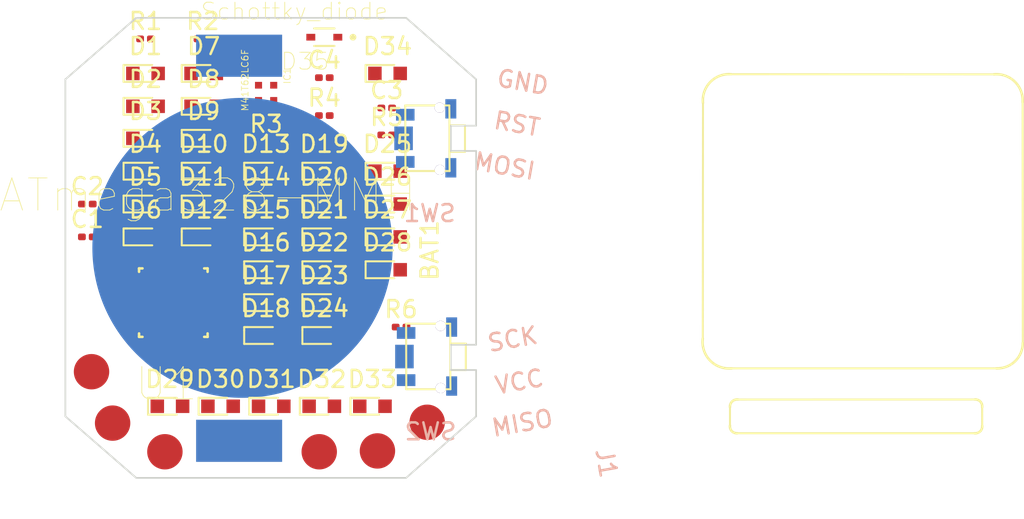
<source format=kicad_pcb>
(kicad_pcb (version 20171130) (host pcbnew "(5.1.2-1)-1")

  (general
    (thickness 0.8)
    (drawings 81)
    (tracks 0)
    (zones 0)
    (modules 51)
    (nets 37)
  )

  (page A4)
  (layers
    (0 F.Cu signal)
    (1 In1.Cu signal)
    (2 In2.Cu signal)
    (31 B.Cu signal)
    (32 B.Adhes user)
    (33 F.Adhes user)
    (34 B.Paste user)
    (35 F.Paste user)
    (36 B.SilkS user)
    (37 F.SilkS user)
    (38 B.Mask user)
    (39 F.Mask user)
    (40 Dwgs.User user)
    (41 Cmts.User user)
    (42 Eco1.User user)
    (43 Eco2.User user)
    (44 Edge.Cuts user)
    (45 Margin user)
    (46 B.CrtYd user)
    (47 F.CrtYd user)
    (48 B.Fab user)
    (49 F.Fab user)
  )

  (setup
    (last_trace_width 0.25)
    (trace_clearance 0.2)
    (zone_clearance 0.508)
    (zone_45_only no)
    (trace_min 0.2)
    (via_size 0.8)
    (via_drill 0.4)
    (via_min_size 0.4)
    (via_min_drill 0.3)
    (uvia_size 0.3)
    (uvia_drill 0.1)
    (uvias_allowed no)
    (uvia_min_size 0.2)
    (uvia_min_drill 0.1)
    (edge_width 0.1)
    (segment_width 0.2)
    (pcb_text_width 0.3)
    (pcb_text_size 1.5 1.5)
    (mod_edge_width 0.15)
    (mod_text_size 1 1)
    (mod_text_width 0.15)
    (pad_size 2.3876 2.3876)
    (pad_drill 0)
    (pad_to_mask_clearance 0)
    (aux_axis_origin 0 0)
    (visible_elements FFFFFF7F)
    (pcbplotparams
      (layerselection 0x010fc_ffffffff)
      (usegerberextensions false)
      (usegerberattributes false)
      (usegerberadvancedattributes false)
      (creategerberjobfile false)
      (excludeedgelayer true)
      (linewidth 0.100000)
      (plotframeref false)
      (viasonmask false)
      (mode 1)
      (useauxorigin false)
      (hpglpennumber 1)
      (hpglpenspeed 20)
      (hpglpendiameter 15.000000)
      (psnegative false)
      (psa4output false)
      (plotreference true)
      (plotvalue true)
      (plotinvisibletext false)
      (padsonsilk false)
      (subtractmaskfromsilk false)
      (outputformat 1)
      (mirror false)
      (drillshape 1)
      (scaleselection 1)
      (outputdirectory ""))
  )

  (net 0 "")
  (net 1 "Net-(C1-Pad2)")
  (net 2 GND)
  (net 3 "Net-(C4-Pad1)")
  (net 4 /ROW_0)
  (net 5 "Net-(D1-Pad1)")
  (net 6 /ROW_1)
  (net 7 /ROW_2)
  (net 8 /ROW_3)
  (net 9 /ROW_4)
  (net 10 /ROW_5)
  (net 11 "Net-(D10-Pad1)")
  (net 12 "Net-(D13-Pad1)")
  (net 13 "Net-(D19-Pad1)")
  (net 14 "Net-(D25-Pad1)")
  (net 15 "Net-(D29-Pad1)")
  (net 16 "Net-(IC1-Pad2)")
  (net 17 "Net-(IC1-Pad1)")
  (net 18 "Net-(IC1-Pad6)")
  (net 19 "Net-(IC1-Pad8)")
  (net 20 "Net-(J1-Pad1)")
  (net 21 "Net-(J1-Pad3)")
  (net 22 "Net-(J1-Pad5)")
  (net 23 "Net-(J1-Pad4)")
  (net 24 /COL_0)
  (net 25 /COL_1)
  (net 26 /COL_2)
  (net 27 /COL_3)
  (net 28 /COL_4)
  (net 29 /COL_5)
  (net 30 "Net-(SW1-Pad1)")
  (net 31 "Net-(SW2-Pad1)")
  (net 32 "Net-(U1-Pad27)")
  (net 33 "Net-(U1-Pad26)")
  (net 34 "Net-(U1-Pad16)")
  (net 35 "Net-(U1-Pad10)")
  (net 36 "Net-(BAT1-PadPos)")

  (net_class Default "This is the default net class."
    (clearance 0.2)
    (trace_width 0.25)
    (via_dia 0.8)
    (via_drill 0.4)
    (uvia_dia 0.3)
    (uvia_drill 0.1)
    (add_net /COL_0)
    (add_net /COL_1)
    (add_net /COL_2)
    (add_net /COL_3)
    (add_net /COL_4)
    (add_net /COL_5)
    (add_net /ROW_0)
    (add_net /ROW_1)
    (add_net /ROW_2)
    (add_net /ROW_3)
    (add_net /ROW_4)
    (add_net /ROW_5)
    (add_net GND)
    (add_net "Net-(BAT1-PadPos)")
    (add_net "Net-(C1-Pad2)")
    (add_net "Net-(C4-Pad1)")
    (add_net "Net-(D1-Pad1)")
    (add_net "Net-(D10-Pad1)")
    (add_net "Net-(D13-Pad1)")
    (add_net "Net-(D19-Pad1)")
    (add_net "Net-(D25-Pad1)")
    (add_net "Net-(D29-Pad1)")
    (add_net "Net-(IC1-Pad1)")
    (add_net "Net-(IC1-Pad2)")
    (add_net "Net-(IC1-Pad6)")
    (add_net "Net-(IC1-Pad8)")
    (add_net "Net-(J1-Pad1)")
    (add_net "Net-(J1-Pad3)")
    (add_net "Net-(J1-Pad4)")
    (add_net "Net-(J1-Pad5)")
    (add_net "Net-(SW1-Pad1)")
    (add_net "Net-(SW2-Pad1)")
    (add_net "Net-(U1-Pad10)")
    (add_net "Net-(U1-Pad16)")
    (add_net "Net-(U1-Pad26)")
    (add_net "Net-(U1-Pad27)")
  )

  (module Source_Footprints:ICSP (layer F.Cu) (tedit 5D108F79) (tstamp 5D4819FF)
    (at 193.15886 91.659744 90)
    (path /5D093ADF)
    (fp_text reference J1 (at -6.457975 -2.582378 100) (layer B.SilkS)
      (effects (font (size 1 1) (thickness 0.15)))
    )
    (fp_text value ICSP-6 (at -6.746716 -4.365358 105) (layer F.Fab)
      (effects (font (size 1 1) (thickness 0.15)))
    )
    (fp_text user GND (at 16.141404 -7.543624 170) (layer B.SilkS)
      (effects (font (size 1 1) (thickness 0.15)))
    )
    (fp_text user RST (at 13.662019 -7.879263 170) (layer B.SilkS)
      (effects (font (size 1 1) (thickness 0.15)))
    )
    (fp_text user MOSI (at 11.153613 -8.626191 170) (layer B.SilkS)
      (effects (font (size 1 1) (thickness 0.15)))
    )
    (fp_text user SCK (at 0.888125 -8.142486 190) (layer B.SilkS)
      (effects (font (size 1 1) (thickness 0.15)))
    )
    (fp_text user VCC (at -1.631817 -7.748925 190) (layer B.SilkS)
      (effects (font (size 1 1) (thickness 0.15)))
    )
    (fp_text user MISO (at -4.088008 -7.569687 190) (layer B.SilkS)
      (effects (font (size 1 1) (thickness 0.15)))
    )
    (pad 1 smd circle (at -1.040256 -33.10886 90) (size 2.1 2.1) (layers F.Cu F.Paste F.Mask)
      (net 20 "Net-(J1-Pad1)"))
    (pad 2 smd circle (at -4.090256 -31.85886 90) (size 2.1 2.1) (layers F.Cu F.Paste F.Mask)
      (net 36 "Net-(BAT1-PadPos)"))
    (pad 3 smd circle (at -5.790256 -28.75886 90) (size 2.1 2.1) (layers F.Cu F.Paste F.Mask)
      (net 21 "Net-(J1-Pad3)"))
    (pad 6 smd circle (at -4.040256 -13.20886 90) (size 2.1 2.1) (layers F.Cu F.Paste F.Mask)
      (net 2 GND))
    (pad 5 smd circle (at -5.740256 -16.15886 90) (size 2.1 2.1) (layers F.Cu F.Paste F.Mask)
      (net 22 "Net-(J1-Pad5)"))
    (pad 4 smd circle (at -5.790256 -19.60886 90) (size 2.1 2.1) (layers F.Cu F.Paste F.Mask)
      (net 23 "Net-(J1-Pad4)"))
  )

  (module Source_Footprints:Switch_SPSTnew (layer F.Cu) (tedit 5D480B46) (tstamp 5D47F20A)
    (at 181.25 88.9)
    (path /5D098956)
    (attr smd)
    (fp_text reference SW2 (at -1.1 7.35) (layer B.SilkS)
      (effects (font (size 1 1) (thickness 0.15)) (justify mirror))
    )
    (fp_text value SW_SPST (at -1.1 6.35) (layer B.Fab)
      (effects (font (size 1 1) (thickness 0.15)) (justify mirror))
    )
    (fp_line (start 0.07 1.74) (end 0.07 4.05) (layer F.SilkS) (width 0.12))
    (fp_line (start -2.54 4.69) (end -2.54 4.84) (layer F.SilkS) (width 0.12))
    (fp_line (start -2.54 4.84) (end 0.08 4.84) (layer F.SilkS) (width 0.12))
    (fp_line (start 0.08 4.84) (end 0.07 4.05) (layer F.SilkS) (width 0.12))
    (fp_line (start 0.07 1.74) (end 0.06 0.95) (layer F.SilkS) (width 0.12))
    (fp_line (start 0.06 0.95) (end -2.55 0.95) (layer F.SilkS) (width 0.12))
    (fp_line (start -2.55 0.95) (end -2.54 4.69) (layer F.SilkS) (width 0.12))
    (fp_line (start 0.09 2.13) (end 0.99 2.13) (layer F.SilkS) (width 0.12))
    (fp_line (start 0.99 2.13) (end 0.99 3.7) (layer F.SilkS) (width 0.12))
    (fp_line (start 0.99 3.7) (end 0.07 3.7) (layer F.SilkS) (width 0.12))
    (pad 5 smd rect (at 0.15 4.65 90) (size 1.15 0.65) (layers B.Cu))
    (pad 4 smd rect (at 0.15 1.15 90) (size 1.15 0.65) (layers B.Cu))
    (pad 3 smd rect (at -2.55 4.3 90) (size 0.7 1.1) (layers B.Cu))
    (pad 2 smd rect (at -2.65 2.9) (size 1.1 1.4) (layers B.Cu)
      (net 2 GND))
    (pad 1 smd rect (at -2.55 1.5 90) (size 0.7 1.1) (layers B.Cu)
      (net 31 "Net-(SW2-Pad1)"))
    (pad 6 thru_hole circle (at -0.51 1.08) (size 0.6 0.6) (drill 0.6) (layers *.Cu *.Mask))
    (pad 7 thru_hole circle (at -0.5 4.77) (size 0.6 0.6) (drill 0.6) (layers *.Cu *.Mask))
  )

  (module Source_Footprints:Switch_SPST locked (layer F.Cu) (tedit 5D480B46) (tstamp 5D481A6E)
    (at 181.2 75.95)
    (path /5D097B93)
    (attr smd)
    (fp_text reference SW1 (at -1.1 7.35) (layer B.SilkS)
      (effects (font (size 1 1) (thickness 0.15)) (justify mirror))
    )
    (fp_text value SW_SPST (at -1.1 6.35) (layer B.Fab)
      (effects (font (size 1 1) (thickness 0.15)) (justify mirror))
    )
    (fp_line (start 0.07 1.74) (end 0.07 4.05) (layer F.SilkS) (width 0.12))
    (fp_line (start -2.54 4.69) (end -2.54 4.84) (layer F.SilkS) (width 0.12))
    (fp_line (start -2.54 4.84) (end 0.08 4.84) (layer F.SilkS) (width 0.12))
    (fp_line (start 0.08 4.84) (end 0.07 4.05) (layer F.SilkS) (width 0.12))
    (fp_line (start 0.07 1.74) (end 0.06 0.95) (layer F.SilkS) (width 0.12))
    (fp_line (start 0.06 0.95) (end -2.55 0.95) (layer F.SilkS) (width 0.12))
    (fp_line (start -2.55 0.95) (end -2.54 4.69) (layer F.SilkS) (width 0.12))
    (fp_line (start 0.09 2.13) (end 0.99 2.13) (layer F.SilkS) (width 0.12))
    (fp_line (start 0.99 2.13) (end 0.99 3.7) (layer F.SilkS) (width 0.12))
    (fp_line (start 0.99 3.7) (end 0.07 3.7) (layer F.SilkS) (width 0.12))
    (pad 5 smd rect (at 0.15 4.65 90) (size 1.15 0.65) (layers B.Cu))
    (pad 4 smd rect (at 0.15 1.15 90) (size 1.15 0.65) (layers B.Cu))
    (pad 3 smd rect (at -2.55 4.3 90) (size 0.7 1.1) (layers B.Cu))
    (pad 2 smd rect (at -2.65 2.9) (size 1.1 1.4) (layers B.Cu)
      (net 2 GND))
    (pad 1 smd rect (at -2.55 1.5 90) (size 0.7 1.1) (layers B.Cu)
      (net 30 "Net-(SW1-Pad1)"))
    (pad 6 thru_hole circle (at -0.51 1.08) (size 0.6 0.6) (drill 0.6) (layers *.Cu *.Mask))
    (pad 7 thru_hole circle (at -0.5 4.77) (size 0.6 0.6) (drill 0.6) (layers *.Cu *.Mask))
  )

  (module Capacitor_SMD:C_0201_0603Metric (layer F.Cu) (tedit 5B301BBE) (tstamp 5D4815F9)
    (at 159.8 84.7)
    (descr "Capacitor SMD 0201 (0603 Metric), square (rectangular) end terminal, IPC_7351 nominal, (Body size source: https://www.vishay.com/docs/20052/crcw0201e3.pdf), generated with kicad-footprint-generator")
    (tags capacitor)
    (path /5D09069D)
    (attr smd)
    (fp_text reference C1 (at 0 -1.05) (layer F.SilkS)
      (effects (font (size 1 1) (thickness 0.15)))
    )
    (fp_text value 100nF (at 0 1.05) (layer F.Fab)
      (effects (font (size 1 1) (thickness 0.15)))
    )
    (fp_line (start -0.3 0.15) (end -0.3 -0.15) (layer F.Fab) (width 0.1))
    (fp_line (start -0.3 -0.15) (end 0.3 -0.15) (layer F.Fab) (width 0.1))
    (fp_line (start 0.3 -0.15) (end 0.3 0.15) (layer F.Fab) (width 0.1))
    (fp_line (start 0.3 0.15) (end -0.3 0.15) (layer F.Fab) (width 0.1))
    (fp_line (start -0.7 0.35) (end -0.7 -0.35) (layer F.CrtYd) (width 0.05))
    (fp_line (start -0.7 -0.35) (end 0.7 -0.35) (layer F.CrtYd) (width 0.05))
    (fp_line (start 0.7 -0.35) (end 0.7 0.35) (layer F.CrtYd) (width 0.05))
    (fp_line (start 0.7 0.35) (end -0.7 0.35) (layer F.CrtYd) (width 0.05))
    (fp_text user %R (at 0 -0.68) (layer F.Fab)
      (effects (font (size 0.25 0.25) (thickness 0.04)))
    )
    (pad "" smd roundrect (at -0.345 0) (size 0.318 0.36) (layers F.Paste) (roundrect_rratio 0.25))
    (pad "" smd roundrect (at 0.345 0) (size 0.318 0.36) (layers F.Paste) (roundrect_rratio 0.25))
    (pad 1 smd roundrect (at -0.32 0) (size 0.46 0.4) (layers F.Cu F.Mask) (roundrect_rratio 0.25)
      (net 36 "Net-(BAT1-PadPos)"))
    (pad 2 smd roundrect (at 0.32 0) (size 0.46 0.4) (layers F.Cu F.Mask) (roundrect_rratio 0.25)
      (net 1 "Net-(C1-Pad2)"))
    (model ${KISYS3DMOD}/Capacitor_SMD.3dshapes/C_0201_0603Metric.wrl
      (at (xyz 0 0 0))
      (scale (xyz 1 1 1))
      (rotate (xyz 0 0 0))
    )
  )

  (module Capacitor_SMD:C_0201_0603Metric (layer F.Cu) (tedit 5B301BBE) (tstamp 5D48160A)
    (at 159.8 82.75)
    (descr "Capacitor SMD 0201 (0603 Metric), square (rectangular) end terminal, IPC_7351 nominal, (Body size source: https://www.vishay.com/docs/20052/crcw0201e3.pdf), generated with kicad-footprint-generator")
    (tags capacitor)
    (path /5D091F4C)
    (attr smd)
    (fp_text reference C2 (at 0 -1.05) (layer F.SilkS)
      (effects (font (size 1 1) (thickness 0.15)))
    )
    (fp_text value 10uF (at 0 1.05) (layer F.Fab)
      (effects (font (size 1 1) (thickness 0.15)))
    )
    (fp_line (start -0.3 0.15) (end -0.3 -0.15) (layer F.Fab) (width 0.1))
    (fp_line (start -0.3 -0.15) (end 0.3 -0.15) (layer F.Fab) (width 0.1))
    (fp_line (start 0.3 -0.15) (end 0.3 0.15) (layer F.Fab) (width 0.1))
    (fp_line (start 0.3 0.15) (end -0.3 0.15) (layer F.Fab) (width 0.1))
    (fp_line (start -0.7 0.35) (end -0.7 -0.35) (layer F.CrtYd) (width 0.05))
    (fp_line (start -0.7 -0.35) (end 0.7 -0.35) (layer F.CrtYd) (width 0.05))
    (fp_line (start 0.7 -0.35) (end 0.7 0.35) (layer F.CrtYd) (width 0.05))
    (fp_line (start 0.7 0.35) (end -0.7 0.35) (layer F.CrtYd) (width 0.05))
    (fp_text user %R (at 0 -0.68) (layer F.Fab)
      (effects (font (size 0.25 0.25) (thickness 0.04)))
    )
    (pad "" smd roundrect (at -0.345 0) (size 0.318 0.36) (layers F.Paste) (roundrect_rratio 0.25))
    (pad "" smd roundrect (at 0.345 0) (size 0.318 0.36) (layers F.Paste) (roundrect_rratio 0.25))
    (pad 1 smd roundrect (at -0.32 0) (size 0.46 0.4) (layers F.Cu F.Mask) (roundrect_rratio 0.25)
      (net 1 "Net-(C1-Pad2)"))
    (pad 2 smd roundrect (at 0.32 0) (size 0.46 0.4) (layers F.Cu F.Mask) (roundrect_rratio 0.25)
      (net 2 GND))
    (model ${KISYS3DMOD}/Capacitor_SMD.3dshapes/C_0201_0603Metric.wrl
      (at (xyz 0 0 0))
      (scale (xyz 1 1 1))
      (rotate (xyz 0 0 0))
    )
  )

  (module Capacitor_SMD:C_0201_0603Metric (layer F.Cu) (tedit 5B301BBE) (tstamp 5D48161B)
    (at 177.55 77.05)
    (descr "Capacitor SMD 0201 (0603 Metric), square (rectangular) end terminal, IPC_7351 nominal, (Body size source: https://www.vishay.com/docs/20052/crcw0201e3.pdf), generated with kicad-footprint-generator")
    (tags capacitor)
    (path /5D099945)
    (attr smd)
    (fp_text reference C3 (at 0 -1.05) (layer F.SilkS)
      (effects (font (size 1 1) (thickness 0.15)))
    )
    (fp_text value 100nF (at 0 1.05) (layer F.Fab)
      (effects (font (size 1 1) (thickness 0.15)))
    )
    (fp_text user %R (at 0 -0.68) (layer F.Fab)
      (effects (font (size 0.25 0.25) (thickness 0.04)))
    )
    (fp_line (start 0.7 0.35) (end -0.7 0.35) (layer F.CrtYd) (width 0.05))
    (fp_line (start 0.7 -0.35) (end 0.7 0.35) (layer F.CrtYd) (width 0.05))
    (fp_line (start -0.7 -0.35) (end 0.7 -0.35) (layer F.CrtYd) (width 0.05))
    (fp_line (start -0.7 0.35) (end -0.7 -0.35) (layer F.CrtYd) (width 0.05))
    (fp_line (start 0.3 0.15) (end -0.3 0.15) (layer F.Fab) (width 0.1))
    (fp_line (start 0.3 -0.15) (end 0.3 0.15) (layer F.Fab) (width 0.1))
    (fp_line (start -0.3 -0.15) (end 0.3 -0.15) (layer F.Fab) (width 0.1))
    (fp_line (start -0.3 0.15) (end -0.3 -0.15) (layer F.Fab) (width 0.1))
    (pad 2 smd roundrect (at 0.32 0) (size 0.46 0.4) (layers F.Cu F.Mask) (roundrect_rratio 0.25)
      (net 2 GND))
    (pad 1 smd roundrect (at -0.32 0) (size 0.46 0.4) (layers F.Cu F.Mask) (roundrect_rratio 0.25)
      (net 36 "Net-(BAT1-PadPos)"))
    (pad "" smd roundrect (at 0.345 0) (size 0.318 0.36) (layers F.Paste) (roundrect_rratio 0.25))
    (pad "" smd roundrect (at -0.345 0) (size 0.318 0.36) (layers F.Paste) (roundrect_rratio 0.25))
    (model ${KISYS3DMOD}/Capacitor_SMD.3dshapes/C_0201_0603Metric.wrl
      (at (xyz 0 0 0))
      (scale (xyz 1 1 1))
      (rotate (xyz 0 0 0))
    )
  )

  (module Capacitor_SMD:C_0201_0603Metric (layer F.Cu) (tedit 5B301BBE) (tstamp 5D48162C)
    (at 173.85 75.25)
    (descr "Capacitor SMD 0201 (0603 Metric), square (rectangular) end terminal, IPC_7351 nominal, (Body size source: https://www.vishay.com/docs/20052/crcw0201e3.pdf), generated with kicad-footprint-generator")
    (tags capacitor)
    (path /5D465311)
    (attr smd)
    (fp_text reference C4 (at 0 -1.05) (layer F.SilkS)
      (effects (font (size 1 1) (thickness 0.15)))
    )
    (fp_text value 100nF (at 0 1.05) (layer F.Fab)
      (effects (font (size 1 1) (thickness 0.15)))
    )
    (fp_text user %R (at 0 -0.68) (layer F.Fab)
      (effects (font (size 0.25 0.25) (thickness 0.04)))
    )
    (fp_line (start 0.7 0.35) (end -0.7 0.35) (layer F.CrtYd) (width 0.05))
    (fp_line (start 0.7 -0.35) (end 0.7 0.35) (layer F.CrtYd) (width 0.05))
    (fp_line (start -0.7 -0.35) (end 0.7 -0.35) (layer F.CrtYd) (width 0.05))
    (fp_line (start -0.7 0.35) (end -0.7 -0.35) (layer F.CrtYd) (width 0.05))
    (fp_line (start 0.3 0.15) (end -0.3 0.15) (layer F.Fab) (width 0.1))
    (fp_line (start 0.3 -0.15) (end 0.3 0.15) (layer F.Fab) (width 0.1))
    (fp_line (start -0.3 -0.15) (end 0.3 -0.15) (layer F.Fab) (width 0.1))
    (fp_line (start -0.3 0.15) (end -0.3 -0.15) (layer F.Fab) (width 0.1))
    (pad 2 smd roundrect (at 0.32 0) (size 0.46 0.4) (layers F.Cu F.Mask) (roundrect_rratio 0.25)
      (net 2 GND))
    (pad 1 smd roundrect (at -0.32 0) (size 0.46 0.4) (layers F.Cu F.Mask) (roundrect_rratio 0.25)
      (net 3 "Net-(C4-Pad1)"))
    (pad "" smd roundrect (at 0.345 0) (size 0.318 0.36) (layers F.Paste) (roundrect_rratio 0.25))
    (pad "" smd roundrect (at -0.345 0) (size 0.318 0.36) (layers F.Paste) (roundrect_rratio 0.25))
    (model ${KISYS3DMOD}/Capacitor_SMD.3dshapes/C_0201_0603Metric.wrl
      (at (xyz 0 0 0))
      (scale (xyz 1 1 1))
      (rotate (xyz 0 0 0))
    )
  )

  (module Source_Footprints:LED_0603 (layer F.Cu) (tedit 595EA879) (tstamp 5D481647)
    (at 163.25 75)
    (path /5D14DD3A)
    (fp_text reference D1 (at 0 -1.61) (layer F.SilkS)
      (effects (font (size 1 1) (thickness 0.15)))
    )
    (fp_text value RED_HR (at 0 1.77) (layer F.Fab)
      (effects (font (size 1 1) (thickness 0.15)))
    )
    (fp_line (start -0.3 0.2) (end -0.3 0.1) (layer F.Fab) (width 0.12))
    (fp_line (start -0.3 -0.2) (end -0.3 0.1) (layer F.Fab) (width 0.12))
    (fp_line (start 0.5 0) (end 0.1 0) (layer F.Fab) (width 0.12))
    (fp_line (start 0.1 0) (end 0.1 -0.2) (layer F.Fab) (width 0.12))
    (fp_line (start 0.1 -0.2) (end -0.2 0) (layer F.Fab) (width 0.12))
    (fp_line (start -0.2 0) (end 0.1 0.2) (layer F.Fab) (width 0.12))
    (fp_line (start 0.1 0.2) (end 0.1 0) (layer F.Fab) (width 0.12))
    (fp_line (start -1.1 -0.5) (end 0.4 -0.5) (layer F.SilkS) (width 0.12))
    (fp_line (start -1.1 -0.5) (end -1.2 -0.5) (layer F.SilkS) (width 0.12))
    (fp_line (start -1.2 -0.5) (end -1.3 -0.5) (layer F.SilkS) (width 0.12))
    (fp_line (start -1.3 -0.5) (end -1.3 -0.3) (layer F.SilkS) (width 0.12))
    (fp_line (start -1.3 -0.3) (end -1.3 0.5) (layer F.SilkS) (width 0.12))
    (fp_line (start -1.3 0.5) (end 0.4 0.5) (layer F.SilkS) (width 0.12))
    (fp_line (start -1.4 0.71) (end 1.4 0.71) (layer F.CrtYd) (width 0.05))
    (fp_line (start -1.4 -0.71) (end 1.4 -0.71) (layer F.CrtYd) (width 0.05))
    (fp_line (start 1.4 0.71) (end 1.4 -0.71) (layer F.CrtYd) (width 0.05))
    (fp_line (start -1.4 0.71) (end -1.4 -0.71) (layer F.CrtYd) (width 0.05))
    (fp_line (start -0.85 0.4) (end 0.85 0.4) (layer F.Fab) (width 0.12))
    (fp_line (start -0.85 -0.4) (end 0.85 -0.4) (layer F.Fab) (width 0.12))
    (fp_line (start -0.85 0.4) (end -0.85 -0.4) (layer F.Fab) (width 0.12))
    (fp_line (start 0.85 0.4) (end 0.85 -0.4) (layer F.Fab) (width 0.12))
    (pad 1 smd rect (at -0.75 0) (size 0.8 0.8) (layers F.Cu F.Paste F.Mask)
      (net 5 "Net-(D1-Pad1)"))
    (pad 2 smd rect (at 0.75 0) (size 0.8 0.8) (layers F.Cu F.Paste F.Mask)
      (net 4 /ROW_0))
  )

  (module Source_Footprints:LED_0603 (layer F.Cu) (tedit 595EA879) (tstamp 5D481662)
    (at 163.25 76.95)
    (path /5D14C49C)
    (fp_text reference D2 (at 0 -1.61) (layer F.SilkS)
      (effects (font (size 1 1) (thickness 0.15)))
    )
    (fp_text value RED_HR (at 0 1.77) (layer F.Fab)
      (effects (font (size 1 1) (thickness 0.15)))
    )
    (fp_line (start -0.3 0.2) (end -0.3 0.1) (layer F.Fab) (width 0.12))
    (fp_line (start -0.3 -0.2) (end -0.3 0.1) (layer F.Fab) (width 0.12))
    (fp_line (start 0.5 0) (end 0.1 0) (layer F.Fab) (width 0.12))
    (fp_line (start 0.1 0) (end 0.1 -0.2) (layer F.Fab) (width 0.12))
    (fp_line (start 0.1 -0.2) (end -0.2 0) (layer F.Fab) (width 0.12))
    (fp_line (start -0.2 0) (end 0.1 0.2) (layer F.Fab) (width 0.12))
    (fp_line (start 0.1 0.2) (end 0.1 0) (layer F.Fab) (width 0.12))
    (fp_line (start -1.1 -0.5) (end 0.4 -0.5) (layer F.SilkS) (width 0.12))
    (fp_line (start -1.1 -0.5) (end -1.2 -0.5) (layer F.SilkS) (width 0.12))
    (fp_line (start -1.2 -0.5) (end -1.3 -0.5) (layer F.SilkS) (width 0.12))
    (fp_line (start -1.3 -0.5) (end -1.3 -0.3) (layer F.SilkS) (width 0.12))
    (fp_line (start -1.3 -0.3) (end -1.3 0.5) (layer F.SilkS) (width 0.12))
    (fp_line (start -1.3 0.5) (end 0.4 0.5) (layer F.SilkS) (width 0.12))
    (fp_line (start -1.4 0.71) (end 1.4 0.71) (layer F.CrtYd) (width 0.05))
    (fp_line (start -1.4 -0.71) (end 1.4 -0.71) (layer F.CrtYd) (width 0.05))
    (fp_line (start 1.4 0.71) (end 1.4 -0.71) (layer F.CrtYd) (width 0.05))
    (fp_line (start -1.4 0.71) (end -1.4 -0.71) (layer F.CrtYd) (width 0.05))
    (fp_line (start -0.85 0.4) (end 0.85 0.4) (layer F.Fab) (width 0.12))
    (fp_line (start -0.85 -0.4) (end 0.85 -0.4) (layer F.Fab) (width 0.12))
    (fp_line (start -0.85 0.4) (end -0.85 -0.4) (layer F.Fab) (width 0.12))
    (fp_line (start 0.85 0.4) (end 0.85 -0.4) (layer F.Fab) (width 0.12))
    (pad 1 smd rect (at -0.75 0) (size 0.8 0.8) (layers F.Cu F.Paste F.Mask)
      (net 5 "Net-(D1-Pad1)"))
    (pad 2 smd rect (at 0.75 0) (size 0.8 0.8) (layers F.Cu F.Paste F.Mask)
      (net 6 /ROW_1))
  )

  (module Source_Footprints:LED_0603 (layer F.Cu) (tedit 595EA879) (tstamp 5D48167D)
    (at 163.25 78.85)
    (path /5D14A99D)
    (fp_text reference D3 (at 0 -1.61) (layer F.SilkS)
      (effects (font (size 1 1) (thickness 0.15)))
    )
    (fp_text value RED_HR (at 0 1.77) (layer F.Fab)
      (effects (font (size 1 1) (thickness 0.15)))
    )
    (fp_line (start -0.3 0.2) (end -0.3 0.1) (layer F.Fab) (width 0.12))
    (fp_line (start -0.3 -0.2) (end -0.3 0.1) (layer F.Fab) (width 0.12))
    (fp_line (start 0.5 0) (end 0.1 0) (layer F.Fab) (width 0.12))
    (fp_line (start 0.1 0) (end 0.1 -0.2) (layer F.Fab) (width 0.12))
    (fp_line (start 0.1 -0.2) (end -0.2 0) (layer F.Fab) (width 0.12))
    (fp_line (start -0.2 0) (end 0.1 0.2) (layer F.Fab) (width 0.12))
    (fp_line (start 0.1 0.2) (end 0.1 0) (layer F.Fab) (width 0.12))
    (fp_line (start -1.1 -0.5) (end 0.4 -0.5) (layer F.SilkS) (width 0.12))
    (fp_line (start -1.1 -0.5) (end -1.2 -0.5) (layer F.SilkS) (width 0.12))
    (fp_line (start -1.2 -0.5) (end -1.3 -0.5) (layer F.SilkS) (width 0.12))
    (fp_line (start -1.3 -0.5) (end -1.3 -0.3) (layer F.SilkS) (width 0.12))
    (fp_line (start -1.3 -0.3) (end -1.3 0.5) (layer F.SilkS) (width 0.12))
    (fp_line (start -1.3 0.5) (end 0.4 0.5) (layer F.SilkS) (width 0.12))
    (fp_line (start -1.4 0.71) (end 1.4 0.71) (layer F.CrtYd) (width 0.05))
    (fp_line (start -1.4 -0.71) (end 1.4 -0.71) (layer F.CrtYd) (width 0.05))
    (fp_line (start 1.4 0.71) (end 1.4 -0.71) (layer F.CrtYd) (width 0.05))
    (fp_line (start -1.4 0.71) (end -1.4 -0.71) (layer F.CrtYd) (width 0.05))
    (fp_line (start -0.85 0.4) (end 0.85 0.4) (layer F.Fab) (width 0.12))
    (fp_line (start -0.85 -0.4) (end 0.85 -0.4) (layer F.Fab) (width 0.12))
    (fp_line (start -0.85 0.4) (end -0.85 -0.4) (layer F.Fab) (width 0.12))
    (fp_line (start 0.85 0.4) (end 0.85 -0.4) (layer F.Fab) (width 0.12))
    (pad 1 smd rect (at -0.75 0) (size 0.8 0.8) (layers F.Cu F.Paste F.Mask)
      (net 5 "Net-(D1-Pad1)"))
    (pad 2 smd rect (at 0.75 0) (size 0.8 0.8) (layers F.Cu F.Paste F.Mask)
      (net 7 /ROW_2))
  )

  (module Source_Footprints:LED_0603 (layer F.Cu) (tedit 595EA879) (tstamp 5D481698)
    (at 163.25 80.8)
    (path /5D148D25)
    (fp_text reference D4 (at 0 -1.61) (layer F.SilkS)
      (effects (font (size 1 1) (thickness 0.15)))
    )
    (fp_text value RED_HR (at 0 1.77) (layer F.Fab)
      (effects (font (size 1 1) (thickness 0.15)))
    )
    (fp_line (start -0.3 0.2) (end -0.3 0.1) (layer F.Fab) (width 0.12))
    (fp_line (start -0.3 -0.2) (end -0.3 0.1) (layer F.Fab) (width 0.12))
    (fp_line (start 0.5 0) (end 0.1 0) (layer F.Fab) (width 0.12))
    (fp_line (start 0.1 0) (end 0.1 -0.2) (layer F.Fab) (width 0.12))
    (fp_line (start 0.1 -0.2) (end -0.2 0) (layer F.Fab) (width 0.12))
    (fp_line (start -0.2 0) (end 0.1 0.2) (layer F.Fab) (width 0.12))
    (fp_line (start 0.1 0.2) (end 0.1 0) (layer F.Fab) (width 0.12))
    (fp_line (start -1.1 -0.5) (end 0.4 -0.5) (layer F.SilkS) (width 0.12))
    (fp_line (start -1.1 -0.5) (end -1.2 -0.5) (layer F.SilkS) (width 0.12))
    (fp_line (start -1.2 -0.5) (end -1.3 -0.5) (layer F.SilkS) (width 0.12))
    (fp_line (start -1.3 -0.5) (end -1.3 -0.3) (layer F.SilkS) (width 0.12))
    (fp_line (start -1.3 -0.3) (end -1.3 0.5) (layer F.SilkS) (width 0.12))
    (fp_line (start -1.3 0.5) (end 0.4 0.5) (layer F.SilkS) (width 0.12))
    (fp_line (start -1.4 0.71) (end 1.4 0.71) (layer F.CrtYd) (width 0.05))
    (fp_line (start -1.4 -0.71) (end 1.4 -0.71) (layer F.CrtYd) (width 0.05))
    (fp_line (start 1.4 0.71) (end 1.4 -0.71) (layer F.CrtYd) (width 0.05))
    (fp_line (start -1.4 0.71) (end -1.4 -0.71) (layer F.CrtYd) (width 0.05))
    (fp_line (start -0.85 0.4) (end 0.85 0.4) (layer F.Fab) (width 0.12))
    (fp_line (start -0.85 -0.4) (end 0.85 -0.4) (layer F.Fab) (width 0.12))
    (fp_line (start -0.85 0.4) (end -0.85 -0.4) (layer F.Fab) (width 0.12))
    (fp_line (start 0.85 0.4) (end 0.85 -0.4) (layer F.Fab) (width 0.12))
    (pad 1 smd rect (at -0.75 0) (size 0.8 0.8) (layers F.Cu F.Paste F.Mask)
      (net 5 "Net-(D1-Pad1)"))
    (pad 2 smd rect (at 0.75 0) (size 0.8 0.8) (layers F.Cu F.Paste F.Mask)
      (net 8 /ROW_3))
  )

  (module Source_Footprints:LED_0603 (layer F.Cu) (tedit 595EA879) (tstamp 5D4816B3)
    (at 163.25 82.75)
    (path /5D1470E7)
    (fp_text reference D5 (at 0 -1.61) (layer F.SilkS)
      (effects (font (size 1 1) (thickness 0.15)))
    )
    (fp_text value RED_HR (at 0 1.77) (layer F.Fab)
      (effects (font (size 1 1) (thickness 0.15)))
    )
    (fp_line (start -0.3 0.2) (end -0.3 0.1) (layer F.Fab) (width 0.12))
    (fp_line (start -0.3 -0.2) (end -0.3 0.1) (layer F.Fab) (width 0.12))
    (fp_line (start 0.5 0) (end 0.1 0) (layer F.Fab) (width 0.12))
    (fp_line (start 0.1 0) (end 0.1 -0.2) (layer F.Fab) (width 0.12))
    (fp_line (start 0.1 -0.2) (end -0.2 0) (layer F.Fab) (width 0.12))
    (fp_line (start -0.2 0) (end 0.1 0.2) (layer F.Fab) (width 0.12))
    (fp_line (start 0.1 0.2) (end 0.1 0) (layer F.Fab) (width 0.12))
    (fp_line (start -1.1 -0.5) (end 0.4 -0.5) (layer F.SilkS) (width 0.12))
    (fp_line (start -1.1 -0.5) (end -1.2 -0.5) (layer F.SilkS) (width 0.12))
    (fp_line (start -1.2 -0.5) (end -1.3 -0.5) (layer F.SilkS) (width 0.12))
    (fp_line (start -1.3 -0.5) (end -1.3 -0.3) (layer F.SilkS) (width 0.12))
    (fp_line (start -1.3 -0.3) (end -1.3 0.5) (layer F.SilkS) (width 0.12))
    (fp_line (start -1.3 0.5) (end 0.4 0.5) (layer F.SilkS) (width 0.12))
    (fp_line (start -1.4 0.71) (end 1.4 0.71) (layer F.CrtYd) (width 0.05))
    (fp_line (start -1.4 -0.71) (end 1.4 -0.71) (layer F.CrtYd) (width 0.05))
    (fp_line (start 1.4 0.71) (end 1.4 -0.71) (layer F.CrtYd) (width 0.05))
    (fp_line (start -1.4 0.71) (end -1.4 -0.71) (layer F.CrtYd) (width 0.05))
    (fp_line (start -0.85 0.4) (end 0.85 0.4) (layer F.Fab) (width 0.12))
    (fp_line (start -0.85 -0.4) (end 0.85 -0.4) (layer F.Fab) (width 0.12))
    (fp_line (start -0.85 0.4) (end -0.85 -0.4) (layer F.Fab) (width 0.12))
    (fp_line (start 0.85 0.4) (end 0.85 -0.4) (layer F.Fab) (width 0.12))
    (pad 1 smd rect (at -0.75 0) (size 0.8 0.8) (layers F.Cu F.Paste F.Mask)
      (net 5 "Net-(D1-Pad1)"))
    (pad 2 smd rect (at 0.75 0) (size 0.8 0.8) (layers F.Cu F.Paste F.Mask)
      (net 9 /ROW_4))
  )

  (module Source_Footprints:LED_0603 (layer F.Cu) (tedit 595EA879) (tstamp 5D4816CE)
    (at 163.25 84.7)
    (path /5D145E59)
    (fp_text reference D6 (at 0 -1.61) (layer F.SilkS)
      (effects (font (size 1 1) (thickness 0.15)))
    )
    (fp_text value RED_HR (at 0 1.77) (layer F.Fab)
      (effects (font (size 1 1) (thickness 0.15)))
    )
    (fp_line (start -0.3 0.2) (end -0.3 0.1) (layer F.Fab) (width 0.12))
    (fp_line (start -0.3 -0.2) (end -0.3 0.1) (layer F.Fab) (width 0.12))
    (fp_line (start 0.5 0) (end 0.1 0) (layer F.Fab) (width 0.12))
    (fp_line (start 0.1 0) (end 0.1 -0.2) (layer F.Fab) (width 0.12))
    (fp_line (start 0.1 -0.2) (end -0.2 0) (layer F.Fab) (width 0.12))
    (fp_line (start -0.2 0) (end 0.1 0.2) (layer F.Fab) (width 0.12))
    (fp_line (start 0.1 0.2) (end 0.1 0) (layer F.Fab) (width 0.12))
    (fp_line (start -1.1 -0.5) (end 0.4 -0.5) (layer F.SilkS) (width 0.12))
    (fp_line (start -1.1 -0.5) (end -1.2 -0.5) (layer F.SilkS) (width 0.12))
    (fp_line (start -1.2 -0.5) (end -1.3 -0.5) (layer F.SilkS) (width 0.12))
    (fp_line (start -1.3 -0.5) (end -1.3 -0.3) (layer F.SilkS) (width 0.12))
    (fp_line (start -1.3 -0.3) (end -1.3 0.5) (layer F.SilkS) (width 0.12))
    (fp_line (start -1.3 0.5) (end 0.4 0.5) (layer F.SilkS) (width 0.12))
    (fp_line (start -1.4 0.71) (end 1.4 0.71) (layer F.CrtYd) (width 0.05))
    (fp_line (start -1.4 -0.71) (end 1.4 -0.71) (layer F.CrtYd) (width 0.05))
    (fp_line (start 1.4 0.71) (end 1.4 -0.71) (layer F.CrtYd) (width 0.05))
    (fp_line (start -1.4 0.71) (end -1.4 -0.71) (layer F.CrtYd) (width 0.05))
    (fp_line (start -0.85 0.4) (end 0.85 0.4) (layer F.Fab) (width 0.12))
    (fp_line (start -0.85 -0.4) (end 0.85 -0.4) (layer F.Fab) (width 0.12))
    (fp_line (start -0.85 0.4) (end -0.85 -0.4) (layer F.Fab) (width 0.12))
    (fp_line (start 0.85 0.4) (end 0.85 -0.4) (layer F.Fab) (width 0.12))
    (pad 1 smd rect (at -0.75 0) (size 0.8 0.8) (layers F.Cu F.Paste F.Mask)
      (net 5 "Net-(D1-Pad1)"))
    (pad 2 smd rect (at 0.75 0) (size 0.8 0.8) (layers F.Cu F.Paste F.Mask)
      (net 10 /ROW_5))
  )

  (module Source_Footprints:LED_0603 (layer F.Cu) (tedit 595EA879) (tstamp 5D4816E9)
    (at 166.7 75)
    (path /5D1D48C0)
    (fp_text reference D7 (at 0 -1.61) (layer F.SilkS)
      (effects (font (size 1 1) (thickness 0.15)))
    )
    (fp_text value RED_HR (at 0 1.77) (layer F.Fab)
      (effects (font (size 1 1) (thickness 0.15)))
    )
    (fp_line (start -0.3 0.2) (end -0.3 0.1) (layer F.Fab) (width 0.12))
    (fp_line (start -0.3 -0.2) (end -0.3 0.1) (layer F.Fab) (width 0.12))
    (fp_line (start 0.5 0) (end 0.1 0) (layer F.Fab) (width 0.12))
    (fp_line (start 0.1 0) (end 0.1 -0.2) (layer F.Fab) (width 0.12))
    (fp_line (start 0.1 -0.2) (end -0.2 0) (layer F.Fab) (width 0.12))
    (fp_line (start -0.2 0) (end 0.1 0.2) (layer F.Fab) (width 0.12))
    (fp_line (start 0.1 0.2) (end 0.1 0) (layer F.Fab) (width 0.12))
    (fp_line (start -1.1 -0.5) (end 0.4 -0.5) (layer F.SilkS) (width 0.12))
    (fp_line (start -1.1 -0.5) (end -1.2 -0.5) (layer F.SilkS) (width 0.12))
    (fp_line (start -1.2 -0.5) (end -1.3 -0.5) (layer F.SilkS) (width 0.12))
    (fp_line (start -1.3 -0.5) (end -1.3 -0.3) (layer F.SilkS) (width 0.12))
    (fp_line (start -1.3 -0.3) (end -1.3 0.5) (layer F.SilkS) (width 0.12))
    (fp_line (start -1.3 0.5) (end 0.4 0.5) (layer F.SilkS) (width 0.12))
    (fp_line (start -1.4 0.71) (end 1.4 0.71) (layer F.CrtYd) (width 0.05))
    (fp_line (start -1.4 -0.71) (end 1.4 -0.71) (layer F.CrtYd) (width 0.05))
    (fp_line (start 1.4 0.71) (end 1.4 -0.71) (layer F.CrtYd) (width 0.05))
    (fp_line (start -1.4 0.71) (end -1.4 -0.71) (layer F.CrtYd) (width 0.05))
    (fp_line (start -0.85 0.4) (end 0.85 0.4) (layer F.Fab) (width 0.12))
    (fp_line (start -0.85 -0.4) (end 0.85 -0.4) (layer F.Fab) (width 0.12))
    (fp_line (start -0.85 0.4) (end -0.85 -0.4) (layer F.Fab) (width 0.12))
    (fp_line (start 0.85 0.4) (end 0.85 -0.4) (layer F.Fab) (width 0.12))
    (pad 1 smd rect (at -0.75 0) (size 0.8 0.8) (layers F.Cu F.Paste F.Mask)
      (net 11 "Net-(D10-Pad1)"))
    (pad 2 smd rect (at 0.75 0) (size 0.8 0.8) (layers F.Cu F.Paste F.Mask)
      (net 4 /ROW_0))
  )

  (module Source_Footprints:LED_0603 (layer F.Cu) (tedit 595EA879) (tstamp 5D481704)
    (at 166.7 76.95)
    (path /5D1D7298)
    (fp_text reference D8 (at 0 -1.61) (layer F.SilkS)
      (effects (font (size 1 1) (thickness 0.15)))
    )
    (fp_text value RED_HR (at 0 1.77) (layer F.Fab)
      (effects (font (size 1 1) (thickness 0.15)))
    )
    (fp_line (start -0.3 0.2) (end -0.3 0.1) (layer F.Fab) (width 0.12))
    (fp_line (start -0.3 -0.2) (end -0.3 0.1) (layer F.Fab) (width 0.12))
    (fp_line (start 0.5 0) (end 0.1 0) (layer F.Fab) (width 0.12))
    (fp_line (start 0.1 0) (end 0.1 -0.2) (layer F.Fab) (width 0.12))
    (fp_line (start 0.1 -0.2) (end -0.2 0) (layer F.Fab) (width 0.12))
    (fp_line (start -0.2 0) (end 0.1 0.2) (layer F.Fab) (width 0.12))
    (fp_line (start 0.1 0.2) (end 0.1 0) (layer F.Fab) (width 0.12))
    (fp_line (start -1.1 -0.5) (end 0.4 -0.5) (layer F.SilkS) (width 0.12))
    (fp_line (start -1.1 -0.5) (end -1.2 -0.5) (layer F.SilkS) (width 0.12))
    (fp_line (start -1.2 -0.5) (end -1.3 -0.5) (layer F.SilkS) (width 0.12))
    (fp_line (start -1.3 -0.5) (end -1.3 -0.3) (layer F.SilkS) (width 0.12))
    (fp_line (start -1.3 -0.3) (end -1.3 0.5) (layer F.SilkS) (width 0.12))
    (fp_line (start -1.3 0.5) (end 0.4 0.5) (layer F.SilkS) (width 0.12))
    (fp_line (start -1.4 0.71) (end 1.4 0.71) (layer F.CrtYd) (width 0.05))
    (fp_line (start -1.4 -0.71) (end 1.4 -0.71) (layer F.CrtYd) (width 0.05))
    (fp_line (start 1.4 0.71) (end 1.4 -0.71) (layer F.CrtYd) (width 0.05))
    (fp_line (start -1.4 0.71) (end -1.4 -0.71) (layer F.CrtYd) (width 0.05))
    (fp_line (start -0.85 0.4) (end 0.85 0.4) (layer F.Fab) (width 0.12))
    (fp_line (start -0.85 -0.4) (end 0.85 -0.4) (layer F.Fab) (width 0.12))
    (fp_line (start -0.85 0.4) (end -0.85 -0.4) (layer F.Fab) (width 0.12))
    (fp_line (start 0.85 0.4) (end 0.85 -0.4) (layer F.Fab) (width 0.12))
    (pad 1 smd rect (at -0.75 0) (size 0.8 0.8) (layers F.Cu F.Paste F.Mask)
      (net 11 "Net-(D10-Pad1)"))
    (pad 2 smd rect (at 0.75 0) (size 0.8 0.8) (layers F.Cu F.Paste F.Mask)
      (net 6 /ROW_1))
  )

  (module Source_Footprints:LED_0603 (layer F.Cu) (tedit 595EA879) (tstamp 5D48171F)
    (at 166.7 78.85)
    (path /5D1D9BF8)
    (fp_text reference D9 (at 0 -1.61) (layer F.SilkS)
      (effects (font (size 1 1) (thickness 0.15)))
    )
    (fp_text value RED_HR (at 0 1.77) (layer F.Fab)
      (effects (font (size 1 1) (thickness 0.15)))
    )
    (fp_line (start -0.3 0.2) (end -0.3 0.1) (layer F.Fab) (width 0.12))
    (fp_line (start -0.3 -0.2) (end -0.3 0.1) (layer F.Fab) (width 0.12))
    (fp_line (start 0.5 0) (end 0.1 0) (layer F.Fab) (width 0.12))
    (fp_line (start 0.1 0) (end 0.1 -0.2) (layer F.Fab) (width 0.12))
    (fp_line (start 0.1 -0.2) (end -0.2 0) (layer F.Fab) (width 0.12))
    (fp_line (start -0.2 0) (end 0.1 0.2) (layer F.Fab) (width 0.12))
    (fp_line (start 0.1 0.2) (end 0.1 0) (layer F.Fab) (width 0.12))
    (fp_line (start -1.1 -0.5) (end 0.4 -0.5) (layer F.SilkS) (width 0.12))
    (fp_line (start -1.1 -0.5) (end -1.2 -0.5) (layer F.SilkS) (width 0.12))
    (fp_line (start -1.2 -0.5) (end -1.3 -0.5) (layer F.SilkS) (width 0.12))
    (fp_line (start -1.3 -0.5) (end -1.3 -0.3) (layer F.SilkS) (width 0.12))
    (fp_line (start -1.3 -0.3) (end -1.3 0.5) (layer F.SilkS) (width 0.12))
    (fp_line (start -1.3 0.5) (end 0.4 0.5) (layer F.SilkS) (width 0.12))
    (fp_line (start -1.4 0.71) (end 1.4 0.71) (layer F.CrtYd) (width 0.05))
    (fp_line (start -1.4 -0.71) (end 1.4 -0.71) (layer F.CrtYd) (width 0.05))
    (fp_line (start 1.4 0.71) (end 1.4 -0.71) (layer F.CrtYd) (width 0.05))
    (fp_line (start -1.4 0.71) (end -1.4 -0.71) (layer F.CrtYd) (width 0.05))
    (fp_line (start -0.85 0.4) (end 0.85 0.4) (layer F.Fab) (width 0.12))
    (fp_line (start -0.85 -0.4) (end 0.85 -0.4) (layer F.Fab) (width 0.12))
    (fp_line (start -0.85 0.4) (end -0.85 -0.4) (layer F.Fab) (width 0.12))
    (fp_line (start 0.85 0.4) (end 0.85 -0.4) (layer F.Fab) (width 0.12))
    (pad 1 smd rect (at -0.75 0) (size 0.8 0.8) (layers F.Cu F.Paste F.Mask)
      (net 11 "Net-(D10-Pad1)"))
    (pad 2 smd rect (at 0.75 0) (size 0.8 0.8) (layers F.Cu F.Paste F.Mask)
      (net 7 /ROW_2))
  )

  (module Source_Footprints:LED_0603 (layer F.Cu) (tedit 595EA879) (tstamp 5D48173A)
    (at 166.7 80.8)
    (path /5D1DC597)
    (fp_text reference D10 (at 0 -1.61) (layer F.SilkS)
      (effects (font (size 1 1) (thickness 0.15)))
    )
    (fp_text value RED_HR (at 0 1.77) (layer F.Fab)
      (effects (font (size 1 1) (thickness 0.15)))
    )
    (fp_line (start -0.3 0.2) (end -0.3 0.1) (layer F.Fab) (width 0.12))
    (fp_line (start -0.3 -0.2) (end -0.3 0.1) (layer F.Fab) (width 0.12))
    (fp_line (start 0.5 0) (end 0.1 0) (layer F.Fab) (width 0.12))
    (fp_line (start 0.1 0) (end 0.1 -0.2) (layer F.Fab) (width 0.12))
    (fp_line (start 0.1 -0.2) (end -0.2 0) (layer F.Fab) (width 0.12))
    (fp_line (start -0.2 0) (end 0.1 0.2) (layer F.Fab) (width 0.12))
    (fp_line (start 0.1 0.2) (end 0.1 0) (layer F.Fab) (width 0.12))
    (fp_line (start -1.1 -0.5) (end 0.4 -0.5) (layer F.SilkS) (width 0.12))
    (fp_line (start -1.1 -0.5) (end -1.2 -0.5) (layer F.SilkS) (width 0.12))
    (fp_line (start -1.2 -0.5) (end -1.3 -0.5) (layer F.SilkS) (width 0.12))
    (fp_line (start -1.3 -0.5) (end -1.3 -0.3) (layer F.SilkS) (width 0.12))
    (fp_line (start -1.3 -0.3) (end -1.3 0.5) (layer F.SilkS) (width 0.12))
    (fp_line (start -1.3 0.5) (end 0.4 0.5) (layer F.SilkS) (width 0.12))
    (fp_line (start -1.4 0.71) (end 1.4 0.71) (layer F.CrtYd) (width 0.05))
    (fp_line (start -1.4 -0.71) (end 1.4 -0.71) (layer F.CrtYd) (width 0.05))
    (fp_line (start 1.4 0.71) (end 1.4 -0.71) (layer F.CrtYd) (width 0.05))
    (fp_line (start -1.4 0.71) (end -1.4 -0.71) (layer F.CrtYd) (width 0.05))
    (fp_line (start -0.85 0.4) (end 0.85 0.4) (layer F.Fab) (width 0.12))
    (fp_line (start -0.85 -0.4) (end 0.85 -0.4) (layer F.Fab) (width 0.12))
    (fp_line (start -0.85 0.4) (end -0.85 -0.4) (layer F.Fab) (width 0.12))
    (fp_line (start 0.85 0.4) (end 0.85 -0.4) (layer F.Fab) (width 0.12))
    (pad 1 smd rect (at -0.75 0) (size 0.8 0.8) (layers F.Cu F.Paste F.Mask)
      (net 11 "Net-(D10-Pad1)"))
    (pad 2 smd rect (at 0.75 0) (size 0.8 0.8) (layers F.Cu F.Paste F.Mask)
      (net 8 /ROW_3))
  )

  (module Source_Footprints:LED_0603 (layer F.Cu) (tedit 595EA879) (tstamp 5D481755)
    (at 166.7 82.75)
    (path /5D1DF1EE)
    (fp_text reference D11 (at 0 -1.61) (layer F.SilkS)
      (effects (font (size 1 1) (thickness 0.15)))
    )
    (fp_text value RED_HR (at 0 1.77) (layer F.Fab)
      (effects (font (size 1 1) (thickness 0.15)))
    )
    (fp_line (start -0.3 0.2) (end -0.3 0.1) (layer F.Fab) (width 0.12))
    (fp_line (start -0.3 -0.2) (end -0.3 0.1) (layer F.Fab) (width 0.12))
    (fp_line (start 0.5 0) (end 0.1 0) (layer F.Fab) (width 0.12))
    (fp_line (start 0.1 0) (end 0.1 -0.2) (layer F.Fab) (width 0.12))
    (fp_line (start 0.1 -0.2) (end -0.2 0) (layer F.Fab) (width 0.12))
    (fp_line (start -0.2 0) (end 0.1 0.2) (layer F.Fab) (width 0.12))
    (fp_line (start 0.1 0.2) (end 0.1 0) (layer F.Fab) (width 0.12))
    (fp_line (start -1.1 -0.5) (end 0.4 -0.5) (layer F.SilkS) (width 0.12))
    (fp_line (start -1.1 -0.5) (end -1.2 -0.5) (layer F.SilkS) (width 0.12))
    (fp_line (start -1.2 -0.5) (end -1.3 -0.5) (layer F.SilkS) (width 0.12))
    (fp_line (start -1.3 -0.5) (end -1.3 -0.3) (layer F.SilkS) (width 0.12))
    (fp_line (start -1.3 -0.3) (end -1.3 0.5) (layer F.SilkS) (width 0.12))
    (fp_line (start -1.3 0.5) (end 0.4 0.5) (layer F.SilkS) (width 0.12))
    (fp_line (start -1.4 0.71) (end 1.4 0.71) (layer F.CrtYd) (width 0.05))
    (fp_line (start -1.4 -0.71) (end 1.4 -0.71) (layer F.CrtYd) (width 0.05))
    (fp_line (start 1.4 0.71) (end 1.4 -0.71) (layer F.CrtYd) (width 0.05))
    (fp_line (start -1.4 0.71) (end -1.4 -0.71) (layer F.CrtYd) (width 0.05))
    (fp_line (start -0.85 0.4) (end 0.85 0.4) (layer F.Fab) (width 0.12))
    (fp_line (start -0.85 -0.4) (end 0.85 -0.4) (layer F.Fab) (width 0.12))
    (fp_line (start -0.85 0.4) (end -0.85 -0.4) (layer F.Fab) (width 0.12))
    (fp_line (start 0.85 0.4) (end 0.85 -0.4) (layer F.Fab) (width 0.12))
    (pad 1 smd rect (at -0.75 0) (size 0.8 0.8) (layers F.Cu F.Paste F.Mask)
      (net 11 "Net-(D10-Pad1)"))
    (pad 2 smd rect (at 0.75 0) (size 0.8 0.8) (layers F.Cu F.Paste F.Mask)
      (net 9 /ROW_4))
  )

  (module Source_Footprints:LED_0603 (layer F.Cu) (tedit 595EA879) (tstamp 5D481770)
    (at 166.7 84.7)
    (path /5D1E1CAA)
    (fp_text reference D12 (at 0 -1.61) (layer F.SilkS)
      (effects (font (size 1 1) (thickness 0.15)))
    )
    (fp_text value RED_HR (at 0 1.77) (layer F.Fab)
      (effects (font (size 1 1) (thickness 0.15)))
    )
    (fp_line (start -0.3 0.2) (end -0.3 0.1) (layer F.Fab) (width 0.12))
    (fp_line (start -0.3 -0.2) (end -0.3 0.1) (layer F.Fab) (width 0.12))
    (fp_line (start 0.5 0) (end 0.1 0) (layer F.Fab) (width 0.12))
    (fp_line (start 0.1 0) (end 0.1 -0.2) (layer F.Fab) (width 0.12))
    (fp_line (start 0.1 -0.2) (end -0.2 0) (layer F.Fab) (width 0.12))
    (fp_line (start -0.2 0) (end 0.1 0.2) (layer F.Fab) (width 0.12))
    (fp_line (start 0.1 0.2) (end 0.1 0) (layer F.Fab) (width 0.12))
    (fp_line (start -1.1 -0.5) (end 0.4 -0.5) (layer F.SilkS) (width 0.12))
    (fp_line (start -1.1 -0.5) (end -1.2 -0.5) (layer F.SilkS) (width 0.12))
    (fp_line (start -1.2 -0.5) (end -1.3 -0.5) (layer F.SilkS) (width 0.12))
    (fp_line (start -1.3 -0.5) (end -1.3 -0.3) (layer F.SilkS) (width 0.12))
    (fp_line (start -1.3 -0.3) (end -1.3 0.5) (layer F.SilkS) (width 0.12))
    (fp_line (start -1.3 0.5) (end 0.4 0.5) (layer F.SilkS) (width 0.12))
    (fp_line (start -1.4 0.71) (end 1.4 0.71) (layer F.CrtYd) (width 0.05))
    (fp_line (start -1.4 -0.71) (end 1.4 -0.71) (layer F.CrtYd) (width 0.05))
    (fp_line (start 1.4 0.71) (end 1.4 -0.71) (layer F.CrtYd) (width 0.05))
    (fp_line (start -1.4 0.71) (end -1.4 -0.71) (layer F.CrtYd) (width 0.05))
    (fp_line (start -0.85 0.4) (end 0.85 0.4) (layer F.Fab) (width 0.12))
    (fp_line (start -0.85 -0.4) (end 0.85 -0.4) (layer F.Fab) (width 0.12))
    (fp_line (start -0.85 0.4) (end -0.85 -0.4) (layer F.Fab) (width 0.12))
    (fp_line (start 0.85 0.4) (end 0.85 -0.4) (layer F.Fab) (width 0.12))
    (pad 1 smd rect (at -0.75 0) (size 0.8 0.8) (layers F.Cu F.Paste F.Mask)
      (net 11 "Net-(D10-Pad1)"))
    (pad 2 smd rect (at 0.75 0) (size 0.8 0.8) (layers F.Cu F.Paste F.Mask)
      (net 10 /ROW_5))
  )

  (module Source_Footprints:LED_0603 (layer F.Cu) (tedit 595EA879) (tstamp 5D48178B)
    (at 170.4 80.8)
    (path /5D1E49AC)
    (fp_text reference D13 (at 0 -1.61) (layer F.SilkS)
      (effects (font (size 1 1) (thickness 0.15)))
    )
    (fp_text value BLUE_MIN (at 0 1.77) (layer F.Fab)
      (effects (font (size 1 1) (thickness 0.15)))
    )
    (fp_line (start 0.85 0.4) (end 0.85 -0.4) (layer F.Fab) (width 0.12))
    (fp_line (start -0.85 0.4) (end -0.85 -0.4) (layer F.Fab) (width 0.12))
    (fp_line (start -0.85 -0.4) (end 0.85 -0.4) (layer F.Fab) (width 0.12))
    (fp_line (start -0.85 0.4) (end 0.85 0.4) (layer F.Fab) (width 0.12))
    (fp_line (start -1.4 0.71) (end -1.4 -0.71) (layer F.CrtYd) (width 0.05))
    (fp_line (start 1.4 0.71) (end 1.4 -0.71) (layer F.CrtYd) (width 0.05))
    (fp_line (start -1.4 -0.71) (end 1.4 -0.71) (layer F.CrtYd) (width 0.05))
    (fp_line (start -1.4 0.71) (end 1.4 0.71) (layer F.CrtYd) (width 0.05))
    (fp_line (start -1.3 0.5) (end 0.4 0.5) (layer F.SilkS) (width 0.12))
    (fp_line (start -1.3 -0.3) (end -1.3 0.5) (layer F.SilkS) (width 0.12))
    (fp_line (start -1.3 -0.5) (end -1.3 -0.3) (layer F.SilkS) (width 0.12))
    (fp_line (start -1.2 -0.5) (end -1.3 -0.5) (layer F.SilkS) (width 0.12))
    (fp_line (start -1.1 -0.5) (end -1.2 -0.5) (layer F.SilkS) (width 0.12))
    (fp_line (start -1.1 -0.5) (end 0.4 -0.5) (layer F.SilkS) (width 0.12))
    (fp_line (start 0.1 0.2) (end 0.1 0) (layer F.Fab) (width 0.12))
    (fp_line (start -0.2 0) (end 0.1 0.2) (layer F.Fab) (width 0.12))
    (fp_line (start 0.1 -0.2) (end -0.2 0) (layer F.Fab) (width 0.12))
    (fp_line (start 0.1 0) (end 0.1 -0.2) (layer F.Fab) (width 0.12))
    (fp_line (start 0.5 0) (end 0.1 0) (layer F.Fab) (width 0.12))
    (fp_line (start -0.3 -0.2) (end -0.3 0.1) (layer F.Fab) (width 0.12))
    (fp_line (start -0.3 0.2) (end -0.3 0.1) (layer F.Fab) (width 0.12))
    (pad 2 smd rect (at 0.75 0) (size 0.8 0.8) (layers F.Cu F.Paste F.Mask)
      (net 4 /ROW_0))
    (pad 1 smd rect (at -0.75 0) (size 0.8 0.8) (layers F.Cu F.Paste F.Mask)
      (net 12 "Net-(D13-Pad1)"))
  )

  (module Source_Footprints:LED_0603 (layer F.Cu) (tedit 595EA879) (tstamp 5D4817A6)
    (at 170.4 82.75)
    (path /5D1E74DD)
    (fp_text reference D14 (at 0 -1.61) (layer F.SilkS)
      (effects (font (size 1 1) (thickness 0.15)))
    )
    (fp_text value BLUE_MIN (at 0 1.77) (layer F.Fab)
      (effects (font (size 1 1) (thickness 0.15)))
    )
    (fp_line (start 0.85 0.4) (end 0.85 -0.4) (layer F.Fab) (width 0.12))
    (fp_line (start -0.85 0.4) (end -0.85 -0.4) (layer F.Fab) (width 0.12))
    (fp_line (start -0.85 -0.4) (end 0.85 -0.4) (layer F.Fab) (width 0.12))
    (fp_line (start -0.85 0.4) (end 0.85 0.4) (layer F.Fab) (width 0.12))
    (fp_line (start -1.4 0.71) (end -1.4 -0.71) (layer F.CrtYd) (width 0.05))
    (fp_line (start 1.4 0.71) (end 1.4 -0.71) (layer F.CrtYd) (width 0.05))
    (fp_line (start -1.4 -0.71) (end 1.4 -0.71) (layer F.CrtYd) (width 0.05))
    (fp_line (start -1.4 0.71) (end 1.4 0.71) (layer F.CrtYd) (width 0.05))
    (fp_line (start -1.3 0.5) (end 0.4 0.5) (layer F.SilkS) (width 0.12))
    (fp_line (start -1.3 -0.3) (end -1.3 0.5) (layer F.SilkS) (width 0.12))
    (fp_line (start -1.3 -0.5) (end -1.3 -0.3) (layer F.SilkS) (width 0.12))
    (fp_line (start -1.2 -0.5) (end -1.3 -0.5) (layer F.SilkS) (width 0.12))
    (fp_line (start -1.1 -0.5) (end -1.2 -0.5) (layer F.SilkS) (width 0.12))
    (fp_line (start -1.1 -0.5) (end 0.4 -0.5) (layer F.SilkS) (width 0.12))
    (fp_line (start 0.1 0.2) (end 0.1 0) (layer F.Fab) (width 0.12))
    (fp_line (start -0.2 0) (end 0.1 0.2) (layer F.Fab) (width 0.12))
    (fp_line (start 0.1 -0.2) (end -0.2 0) (layer F.Fab) (width 0.12))
    (fp_line (start 0.1 0) (end 0.1 -0.2) (layer F.Fab) (width 0.12))
    (fp_line (start 0.5 0) (end 0.1 0) (layer F.Fab) (width 0.12))
    (fp_line (start -0.3 -0.2) (end -0.3 0.1) (layer F.Fab) (width 0.12))
    (fp_line (start -0.3 0.2) (end -0.3 0.1) (layer F.Fab) (width 0.12))
    (pad 2 smd rect (at 0.75 0) (size 0.8 0.8) (layers F.Cu F.Paste F.Mask)
      (net 6 /ROW_1))
    (pad 1 smd rect (at -0.75 0) (size 0.8 0.8) (layers F.Cu F.Paste F.Mask)
      (net 12 "Net-(D13-Pad1)"))
  )

  (module Source_Footprints:LED_0603 (layer F.Cu) (tedit 595EA879) (tstamp 5D4817C1)
    (at 170.4 84.7)
    (path /5D1EA1E2)
    (fp_text reference D15 (at 0 -1.61) (layer F.SilkS)
      (effects (font (size 1 1) (thickness 0.15)))
    )
    (fp_text value BLUE_MIN (at 0 1.77) (layer F.Fab)
      (effects (font (size 1 1) (thickness 0.15)))
    )
    (fp_line (start 0.85 0.4) (end 0.85 -0.4) (layer F.Fab) (width 0.12))
    (fp_line (start -0.85 0.4) (end -0.85 -0.4) (layer F.Fab) (width 0.12))
    (fp_line (start -0.85 -0.4) (end 0.85 -0.4) (layer F.Fab) (width 0.12))
    (fp_line (start -0.85 0.4) (end 0.85 0.4) (layer F.Fab) (width 0.12))
    (fp_line (start -1.4 0.71) (end -1.4 -0.71) (layer F.CrtYd) (width 0.05))
    (fp_line (start 1.4 0.71) (end 1.4 -0.71) (layer F.CrtYd) (width 0.05))
    (fp_line (start -1.4 -0.71) (end 1.4 -0.71) (layer F.CrtYd) (width 0.05))
    (fp_line (start -1.4 0.71) (end 1.4 0.71) (layer F.CrtYd) (width 0.05))
    (fp_line (start -1.3 0.5) (end 0.4 0.5) (layer F.SilkS) (width 0.12))
    (fp_line (start -1.3 -0.3) (end -1.3 0.5) (layer F.SilkS) (width 0.12))
    (fp_line (start -1.3 -0.5) (end -1.3 -0.3) (layer F.SilkS) (width 0.12))
    (fp_line (start -1.2 -0.5) (end -1.3 -0.5) (layer F.SilkS) (width 0.12))
    (fp_line (start -1.1 -0.5) (end -1.2 -0.5) (layer F.SilkS) (width 0.12))
    (fp_line (start -1.1 -0.5) (end 0.4 -0.5) (layer F.SilkS) (width 0.12))
    (fp_line (start 0.1 0.2) (end 0.1 0) (layer F.Fab) (width 0.12))
    (fp_line (start -0.2 0) (end 0.1 0.2) (layer F.Fab) (width 0.12))
    (fp_line (start 0.1 -0.2) (end -0.2 0) (layer F.Fab) (width 0.12))
    (fp_line (start 0.1 0) (end 0.1 -0.2) (layer F.Fab) (width 0.12))
    (fp_line (start 0.5 0) (end 0.1 0) (layer F.Fab) (width 0.12))
    (fp_line (start -0.3 -0.2) (end -0.3 0.1) (layer F.Fab) (width 0.12))
    (fp_line (start -0.3 0.2) (end -0.3 0.1) (layer F.Fab) (width 0.12))
    (pad 2 smd rect (at 0.75 0) (size 0.8 0.8) (layers F.Cu F.Paste F.Mask)
      (net 7 /ROW_2))
    (pad 1 smd rect (at -0.75 0) (size 0.8 0.8) (layers F.Cu F.Paste F.Mask)
      (net 12 "Net-(D13-Pad1)"))
  )

  (module Source_Footprints:LED_0603 (layer F.Cu) (tedit 595EA879) (tstamp 5D4817DC)
    (at 170.4 86.65)
    (path /5D1ECF74)
    (fp_text reference D16 (at 0 -1.61) (layer F.SilkS)
      (effects (font (size 1 1) (thickness 0.15)))
    )
    (fp_text value BLUE_MIN (at 0 1.77) (layer F.Fab)
      (effects (font (size 1 1) (thickness 0.15)))
    )
    (fp_line (start 0.85 0.4) (end 0.85 -0.4) (layer F.Fab) (width 0.12))
    (fp_line (start -0.85 0.4) (end -0.85 -0.4) (layer F.Fab) (width 0.12))
    (fp_line (start -0.85 -0.4) (end 0.85 -0.4) (layer F.Fab) (width 0.12))
    (fp_line (start -0.85 0.4) (end 0.85 0.4) (layer F.Fab) (width 0.12))
    (fp_line (start -1.4 0.71) (end -1.4 -0.71) (layer F.CrtYd) (width 0.05))
    (fp_line (start 1.4 0.71) (end 1.4 -0.71) (layer F.CrtYd) (width 0.05))
    (fp_line (start -1.4 -0.71) (end 1.4 -0.71) (layer F.CrtYd) (width 0.05))
    (fp_line (start -1.4 0.71) (end 1.4 0.71) (layer F.CrtYd) (width 0.05))
    (fp_line (start -1.3 0.5) (end 0.4 0.5) (layer F.SilkS) (width 0.12))
    (fp_line (start -1.3 -0.3) (end -1.3 0.5) (layer F.SilkS) (width 0.12))
    (fp_line (start -1.3 -0.5) (end -1.3 -0.3) (layer F.SilkS) (width 0.12))
    (fp_line (start -1.2 -0.5) (end -1.3 -0.5) (layer F.SilkS) (width 0.12))
    (fp_line (start -1.1 -0.5) (end -1.2 -0.5) (layer F.SilkS) (width 0.12))
    (fp_line (start -1.1 -0.5) (end 0.4 -0.5) (layer F.SilkS) (width 0.12))
    (fp_line (start 0.1 0.2) (end 0.1 0) (layer F.Fab) (width 0.12))
    (fp_line (start -0.2 0) (end 0.1 0.2) (layer F.Fab) (width 0.12))
    (fp_line (start 0.1 -0.2) (end -0.2 0) (layer F.Fab) (width 0.12))
    (fp_line (start 0.1 0) (end 0.1 -0.2) (layer F.Fab) (width 0.12))
    (fp_line (start 0.5 0) (end 0.1 0) (layer F.Fab) (width 0.12))
    (fp_line (start -0.3 -0.2) (end -0.3 0.1) (layer F.Fab) (width 0.12))
    (fp_line (start -0.3 0.2) (end -0.3 0.1) (layer F.Fab) (width 0.12))
    (pad 2 smd rect (at 0.75 0) (size 0.8 0.8) (layers F.Cu F.Paste F.Mask)
      (net 8 /ROW_3))
    (pad 1 smd rect (at -0.75 0) (size 0.8 0.8) (layers F.Cu F.Paste F.Mask)
      (net 12 "Net-(D13-Pad1)"))
  )

  (module Source_Footprints:LED_0603 (layer F.Cu) (tedit 595EA879) (tstamp 5D4817F7)
    (at 170.4 88.6)
    (path /5D1EFD00)
    (fp_text reference D17 (at 0 -1.61) (layer F.SilkS)
      (effects (font (size 1 1) (thickness 0.15)))
    )
    (fp_text value BLUE_MIN (at 0 1.77) (layer F.Fab)
      (effects (font (size 1 1) (thickness 0.15)))
    )
    (fp_line (start 0.85 0.4) (end 0.85 -0.4) (layer F.Fab) (width 0.12))
    (fp_line (start -0.85 0.4) (end -0.85 -0.4) (layer F.Fab) (width 0.12))
    (fp_line (start -0.85 -0.4) (end 0.85 -0.4) (layer F.Fab) (width 0.12))
    (fp_line (start -0.85 0.4) (end 0.85 0.4) (layer F.Fab) (width 0.12))
    (fp_line (start -1.4 0.71) (end -1.4 -0.71) (layer F.CrtYd) (width 0.05))
    (fp_line (start 1.4 0.71) (end 1.4 -0.71) (layer F.CrtYd) (width 0.05))
    (fp_line (start -1.4 -0.71) (end 1.4 -0.71) (layer F.CrtYd) (width 0.05))
    (fp_line (start -1.4 0.71) (end 1.4 0.71) (layer F.CrtYd) (width 0.05))
    (fp_line (start -1.3 0.5) (end 0.4 0.5) (layer F.SilkS) (width 0.12))
    (fp_line (start -1.3 -0.3) (end -1.3 0.5) (layer F.SilkS) (width 0.12))
    (fp_line (start -1.3 -0.5) (end -1.3 -0.3) (layer F.SilkS) (width 0.12))
    (fp_line (start -1.2 -0.5) (end -1.3 -0.5) (layer F.SilkS) (width 0.12))
    (fp_line (start -1.1 -0.5) (end -1.2 -0.5) (layer F.SilkS) (width 0.12))
    (fp_line (start -1.1 -0.5) (end 0.4 -0.5) (layer F.SilkS) (width 0.12))
    (fp_line (start 0.1 0.2) (end 0.1 0) (layer F.Fab) (width 0.12))
    (fp_line (start -0.2 0) (end 0.1 0.2) (layer F.Fab) (width 0.12))
    (fp_line (start 0.1 -0.2) (end -0.2 0) (layer F.Fab) (width 0.12))
    (fp_line (start 0.1 0) (end 0.1 -0.2) (layer F.Fab) (width 0.12))
    (fp_line (start 0.5 0) (end 0.1 0) (layer F.Fab) (width 0.12))
    (fp_line (start -0.3 -0.2) (end -0.3 0.1) (layer F.Fab) (width 0.12))
    (fp_line (start -0.3 0.2) (end -0.3 0.1) (layer F.Fab) (width 0.12))
    (pad 2 smd rect (at 0.75 0) (size 0.8 0.8) (layers F.Cu F.Paste F.Mask)
      (net 9 /ROW_4))
    (pad 1 smd rect (at -0.75 0) (size 0.8 0.8) (layers F.Cu F.Paste F.Mask)
      (net 12 "Net-(D13-Pad1)"))
  )

  (module Source_Footprints:LED_0603 (layer F.Cu) (tedit 595EA879) (tstamp 5D481812)
    (at 170.4 90.55)
    (path /5D1F29B7)
    (fp_text reference D18 (at 0 -1.61) (layer F.SilkS)
      (effects (font (size 1 1) (thickness 0.15)))
    )
    (fp_text value BLUE_MIN (at 0 1.77) (layer F.Fab)
      (effects (font (size 1 1) (thickness 0.15)))
    )
    (fp_line (start -0.3 0.2) (end -0.3 0.1) (layer F.Fab) (width 0.12))
    (fp_line (start -0.3 -0.2) (end -0.3 0.1) (layer F.Fab) (width 0.12))
    (fp_line (start 0.5 0) (end 0.1 0) (layer F.Fab) (width 0.12))
    (fp_line (start 0.1 0) (end 0.1 -0.2) (layer F.Fab) (width 0.12))
    (fp_line (start 0.1 -0.2) (end -0.2 0) (layer F.Fab) (width 0.12))
    (fp_line (start -0.2 0) (end 0.1 0.2) (layer F.Fab) (width 0.12))
    (fp_line (start 0.1 0.2) (end 0.1 0) (layer F.Fab) (width 0.12))
    (fp_line (start -1.1 -0.5) (end 0.4 -0.5) (layer F.SilkS) (width 0.12))
    (fp_line (start -1.1 -0.5) (end -1.2 -0.5) (layer F.SilkS) (width 0.12))
    (fp_line (start -1.2 -0.5) (end -1.3 -0.5) (layer F.SilkS) (width 0.12))
    (fp_line (start -1.3 -0.5) (end -1.3 -0.3) (layer F.SilkS) (width 0.12))
    (fp_line (start -1.3 -0.3) (end -1.3 0.5) (layer F.SilkS) (width 0.12))
    (fp_line (start -1.3 0.5) (end 0.4 0.5) (layer F.SilkS) (width 0.12))
    (fp_line (start -1.4 0.71) (end 1.4 0.71) (layer F.CrtYd) (width 0.05))
    (fp_line (start -1.4 -0.71) (end 1.4 -0.71) (layer F.CrtYd) (width 0.05))
    (fp_line (start 1.4 0.71) (end 1.4 -0.71) (layer F.CrtYd) (width 0.05))
    (fp_line (start -1.4 0.71) (end -1.4 -0.71) (layer F.CrtYd) (width 0.05))
    (fp_line (start -0.85 0.4) (end 0.85 0.4) (layer F.Fab) (width 0.12))
    (fp_line (start -0.85 -0.4) (end 0.85 -0.4) (layer F.Fab) (width 0.12))
    (fp_line (start -0.85 0.4) (end -0.85 -0.4) (layer F.Fab) (width 0.12))
    (fp_line (start 0.85 0.4) (end 0.85 -0.4) (layer F.Fab) (width 0.12))
    (pad 1 smd rect (at -0.75 0) (size 0.8 0.8) (layers F.Cu F.Paste F.Mask)
      (net 12 "Net-(D13-Pad1)"))
    (pad 2 smd rect (at 0.75 0) (size 0.8 0.8) (layers F.Cu F.Paste F.Mask)
      (net 10 /ROW_5))
  )

  (module Source_Footprints:LED_0603 (layer F.Cu) (tedit 595EA879) (tstamp 5D48182D)
    (at 173.85 80.8)
    (path /5D2117A2)
    (fp_text reference D19 (at 0 -1.61) (layer F.SilkS)
      (effects (font (size 1 1) (thickness 0.15)))
    )
    (fp_text value BLUE_MIN (at 0 1.77) (layer F.Fab)
      (effects (font (size 1 1) (thickness 0.15)))
    )
    (fp_line (start 0.85 0.4) (end 0.85 -0.4) (layer F.Fab) (width 0.12))
    (fp_line (start -0.85 0.4) (end -0.85 -0.4) (layer F.Fab) (width 0.12))
    (fp_line (start -0.85 -0.4) (end 0.85 -0.4) (layer F.Fab) (width 0.12))
    (fp_line (start -0.85 0.4) (end 0.85 0.4) (layer F.Fab) (width 0.12))
    (fp_line (start -1.4 0.71) (end -1.4 -0.71) (layer F.CrtYd) (width 0.05))
    (fp_line (start 1.4 0.71) (end 1.4 -0.71) (layer F.CrtYd) (width 0.05))
    (fp_line (start -1.4 -0.71) (end 1.4 -0.71) (layer F.CrtYd) (width 0.05))
    (fp_line (start -1.4 0.71) (end 1.4 0.71) (layer F.CrtYd) (width 0.05))
    (fp_line (start -1.3 0.5) (end 0.4 0.5) (layer F.SilkS) (width 0.12))
    (fp_line (start -1.3 -0.3) (end -1.3 0.5) (layer F.SilkS) (width 0.12))
    (fp_line (start -1.3 -0.5) (end -1.3 -0.3) (layer F.SilkS) (width 0.12))
    (fp_line (start -1.2 -0.5) (end -1.3 -0.5) (layer F.SilkS) (width 0.12))
    (fp_line (start -1.1 -0.5) (end -1.2 -0.5) (layer F.SilkS) (width 0.12))
    (fp_line (start -1.1 -0.5) (end 0.4 -0.5) (layer F.SilkS) (width 0.12))
    (fp_line (start 0.1 0.2) (end 0.1 0) (layer F.Fab) (width 0.12))
    (fp_line (start -0.2 0) (end 0.1 0.2) (layer F.Fab) (width 0.12))
    (fp_line (start 0.1 -0.2) (end -0.2 0) (layer F.Fab) (width 0.12))
    (fp_line (start 0.1 0) (end 0.1 -0.2) (layer F.Fab) (width 0.12))
    (fp_line (start 0.5 0) (end 0.1 0) (layer F.Fab) (width 0.12))
    (fp_line (start -0.3 -0.2) (end -0.3 0.1) (layer F.Fab) (width 0.12))
    (fp_line (start -0.3 0.2) (end -0.3 0.1) (layer F.Fab) (width 0.12))
    (pad 2 smd rect (at 0.75 0) (size 0.8 0.8) (layers F.Cu F.Paste F.Mask)
      (net 4 /ROW_0))
    (pad 1 smd rect (at -0.75 0) (size 0.8 0.8) (layers F.Cu F.Paste F.Mask)
      (net 13 "Net-(D19-Pad1)"))
  )

  (module Source_Footprints:LED_0603 (layer F.Cu) (tedit 595EA879) (tstamp 5D481848)
    (at 173.85 82.75)
    (path /5D2117A8)
    (fp_text reference D20 (at 0 -1.61) (layer F.SilkS)
      (effects (font (size 1 1) (thickness 0.15)))
    )
    (fp_text value BLUE_MIN (at 0 1.77) (layer F.Fab)
      (effects (font (size 1 1) (thickness 0.15)))
    )
    (fp_line (start 0.85 0.4) (end 0.85 -0.4) (layer F.Fab) (width 0.12))
    (fp_line (start -0.85 0.4) (end -0.85 -0.4) (layer F.Fab) (width 0.12))
    (fp_line (start -0.85 -0.4) (end 0.85 -0.4) (layer F.Fab) (width 0.12))
    (fp_line (start -0.85 0.4) (end 0.85 0.4) (layer F.Fab) (width 0.12))
    (fp_line (start -1.4 0.71) (end -1.4 -0.71) (layer F.CrtYd) (width 0.05))
    (fp_line (start 1.4 0.71) (end 1.4 -0.71) (layer F.CrtYd) (width 0.05))
    (fp_line (start -1.4 -0.71) (end 1.4 -0.71) (layer F.CrtYd) (width 0.05))
    (fp_line (start -1.4 0.71) (end 1.4 0.71) (layer F.CrtYd) (width 0.05))
    (fp_line (start -1.3 0.5) (end 0.4 0.5) (layer F.SilkS) (width 0.12))
    (fp_line (start -1.3 -0.3) (end -1.3 0.5) (layer F.SilkS) (width 0.12))
    (fp_line (start -1.3 -0.5) (end -1.3 -0.3) (layer F.SilkS) (width 0.12))
    (fp_line (start -1.2 -0.5) (end -1.3 -0.5) (layer F.SilkS) (width 0.12))
    (fp_line (start -1.1 -0.5) (end -1.2 -0.5) (layer F.SilkS) (width 0.12))
    (fp_line (start -1.1 -0.5) (end 0.4 -0.5) (layer F.SilkS) (width 0.12))
    (fp_line (start 0.1 0.2) (end 0.1 0) (layer F.Fab) (width 0.12))
    (fp_line (start -0.2 0) (end 0.1 0.2) (layer F.Fab) (width 0.12))
    (fp_line (start 0.1 -0.2) (end -0.2 0) (layer F.Fab) (width 0.12))
    (fp_line (start 0.1 0) (end 0.1 -0.2) (layer F.Fab) (width 0.12))
    (fp_line (start 0.5 0) (end 0.1 0) (layer F.Fab) (width 0.12))
    (fp_line (start -0.3 -0.2) (end -0.3 0.1) (layer F.Fab) (width 0.12))
    (fp_line (start -0.3 0.2) (end -0.3 0.1) (layer F.Fab) (width 0.12))
    (pad 2 smd rect (at 0.75 0) (size 0.8 0.8) (layers F.Cu F.Paste F.Mask)
      (net 6 /ROW_1))
    (pad 1 smd rect (at -0.75 0) (size 0.8 0.8) (layers F.Cu F.Paste F.Mask)
      (net 13 "Net-(D19-Pad1)"))
  )

  (module Source_Footprints:LED_0603 (layer F.Cu) (tedit 595EA879) (tstamp 5D481863)
    (at 173.85 84.7)
    (path /5D2117AE)
    (fp_text reference D21 (at 0 -1.61) (layer F.SilkS)
      (effects (font (size 1 1) (thickness 0.15)))
    )
    (fp_text value BLUE_MIN (at 0 1.77) (layer F.Fab)
      (effects (font (size 1 1) (thickness 0.15)))
    )
    (fp_line (start 0.85 0.4) (end 0.85 -0.4) (layer F.Fab) (width 0.12))
    (fp_line (start -0.85 0.4) (end -0.85 -0.4) (layer F.Fab) (width 0.12))
    (fp_line (start -0.85 -0.4) (end 0.85 -0.4) (layer F.Fab) (width 0.12))
    (fp_line (start -0.85 0.4) (end 0.85 0.4) (layer F.Fab) (width 0.12))
    (fp_line (start -1.4 0.71) (end -1.4 -0.71) (layer F.CrtYd) (width 0.05))
    (fp_line (start 1.4 0.71) (end 1.4 -0.71) (layer F.CrtYd) (width 0.05))
    (fp_line (start -1.4 -0.71) (end 1.4 -0.71) (layer F.CrtYd) (width 0.05))
    (fp_line (start -1.4 0.71) (end 1.4 0.71) (layer F.CrtYd) (width 0.05))
    (fp_line (start -1.3 0.5) (end 0.4 0.5) (layer F.SilkS) (width 0.12))
    (fp_line (start -1.3 -0.3) (end -1.3 0.5) (layer F.SilkS) (width 0.12))
    (fp_line (start -1.3 -0.5) (end -1.3 -0.3) (layer F.SilkS) (width 0.12))
    (fp_line (start -1.2 -0.5) (end -1.3 -0.5) (layer F.SilkS) (width 0.12))
    (fp_line (start -1.1 -0.5) (end -1.2 -0.5) (layer F.SilkS) (width 0.12))
    (fp_line (start -1.1 -0.5) (end 0.4 -0.5) (layer F.SilkS) (width 0.12))
    (fp_line (start 0.1 0.2) (end 0.1 0) (layer F.Fab) (width 0.12))
    (fp_line (start -0.2 0) (end 0.1 0.2) (layer F.Fab) (width 0.12))
    (fp_line (start 0.1 -0.2) (end -0.2 0) (layer F.Fab) (width 0.12))
    (fp_line (start 0.1 0) (end 0.1 -0.2) (layer F.Fab) (width 0.12))
    (fp_line (start 0.5 0) (end 0.1 0) (layer F.Fab) (width 0.12))
    (fp_line (start -0.3 -0.2) (end -0.3 0.1) (layer F.Fab) (width 0.12))
    (fp_line (start -0.3 0.2) (end -0.3 0.1) (layer F.Fab) (width 0.12))
    (pad 2 smd rect (at 0.75 0) (size 0.8 0.8) (layers F.Cu F.Paste F.Mask)
      (net 7 /ROW_2))
    (pad 1 smd rect (at -0.75 0) (size 0.8 0.8) (layers F.Cu F.Paste F.Mask)
      (net 13 "Net-(D19-Pad1)"))
  )

  (module Source_Footprints:LED_0603 (layer F.Cu) (tedit 595EA879) (tstamp 5D48187E)
    (at 173.85 86.65)
    (path /5D2117B4)
    (fp_text reference D22 (at 0 -1.61) (layer F.SilkS)
      (effects (font (size 1 1) (thickness 0.15)))
    )
    (fp_text value BLUE_MIN (at 0 1.77) (layer F.Fab)
      (effects (font (size 1 1) (thickness 0.15)))
    )
    (fp_line (start 0.85 0.4) (end 0.85 -0.4) (layer F.Fab) (width 0.12))
    (fp_line (start -0.85 0.4) (end -0.85 -0.4) (layer F.Fab) (width 0.12))
    (fp_line (start -0.85 -0.4) (end 0.85 -0.4) (layer F.Fab) (width 0.12))
    (fp_line (start -0.85 0.4) (end 0.85 0.4) (layer F.Fab) (width 0.12))
    (fp_line (start -1.4 0.71) (end -1.4 -0.71) (layer F.CrtYd) (width 0.05))
    (fp_line (start 1.4 0.71) (end 1.4 -0.71) (layer F.CrtYd) (width 0.05))
    (fp_line (start -1.4 -0.71) (end 1.4 -0.71) (layer F.CrtYd) (width 0.05))
    (fp_line (start -1.4 0.71) (end 1.4 0.71) (layer F.CrtYd) (width 0.05))
    (fp_line (start -1.3 0.5) (end 0.4 0.5) (layer F.SilkS) (width 0.12))
    (fp_line (start -1.3 -0.3) (end -1.3 0.5) (layer F.SilkS) (width 0.12))
    (fp_line (start -1.3 -0.5) (end -1.3 -0.3) (layer F.SilkS) (width 0.12))
    (fp_line (start -1.2 -0.5) (end -1.3 -0.5) (layer F.SilkS) (width 0.12))
    (fp_line (start -1.1 -0.5) (end -1.2 -0.5) (layer F.SilkS) (width 0.12))
    (fp_line (start -1.1 -0.5) (end 0.4 -0.5) (layer F.SilkS) (width 0.12))
    (fp_line (start 0.1 0.2) (end 0.1 0) (layer F.Fab) (width 0.12))
    (fp_line (start -0.2 0) (end 0.1 0.2) (layer F.Fab) (width 0.12))
    (fp_line (start 0.1 -0.2) (end -0.2 0) (layer F.Fab) (width 0.12))
    (fp_line (start 0.1 0) (end 0.1 -0.2) (layer F.Fab) (width 0.12))
    (fp_line (start 0.5 0) (end 0.1 0) (layer F.Fab) (width 0.12))
    (fp_line (start -0.3 -0.2) (end -0.3 0.1) (layer F.Fab) (width 0.12))
    (fp_line (start -0.3 0.2) (end -0.3 0.1) (layer F.Fab) (width 0.12))
    (pad 2 smd rect (at 0.75 0) (size 0.8 0.8) (layers F.Cu F.Paste F.Mask)
      (net 8 /ROW_3))
    (pad 1 smd rect (at -0.75 0) (size 0.8 0.8) (layers F.Cu F.Paste F.Mask)
      (net 13 "Net-(D19-Pad1)"))
  )

  (module Source_Footprints:LED_0603 (layer F.Cu) (tedit 595EA879) (tstamp 5D481899)
    (at 173.85 88.6)
    (path /5D2117BA)
    (fp_text reference D23 (at 0 -1.61) (layer F.SilkS)
      (effects (font (size 1 1) (thickness 0.15)))
    )
    (fp_text value BLUE_MIN (at 0 1.77) (layer F.Fab)
      (effects (font (size 1 1) (thickness 0.15)))
    )
    (fp_line (start 0.85 0.4) (end 0.85 -0.4) (layer F.Fab) (width 0.12))
    (fp_line (start -0.85 0.4) (end -0.85 -0.4) (layer F.Fab) (width 0.12))
    (fp_line (start -0.85 -0.4) (end 0.85 -0.4) (layer F.Fab) (width 0.12))
    (fp_line (start -0.85 0.4) (end 0.85 0.4) (layer F.Fab) (width 0.12))
    (fp_line (start -1.4 0.71) (end -1.4 -0.71) (layer F.CrtYd) (width 0.05))
    (fp_line (start 1.4 0.71) (end 1.4 -0.71) (layer F.CrtYd) (width 0.05))
    (fp_line (start -1.4 -0.71) (end 1.4 -0.71) (layer F.CrtYd) (width 0.05))
    (fp_line (start -1.4 0.71) (end 1.4 0.71) (layer F.CrtYd) (width 0.05))
    (fp_line (start -1.3 0.5) (end 0.4 0.5) (layer F.SilkS) (width 0.12))
    (fp_line (start -1.3 -0.3) (end -1.3 0.5) (layer F.SilkS) (width 0.12))
    (fp_line (start -1.3 -0.5) (end -1.3 -0.3) (layer F.SilkS) (width 0.12))
    (fp_line (start -1.2 -0.5) (end -1.3 -0.5) (layer F.SilkS) (width 0.12))
    (fp_line (start -1.1 -0.5) (end -1.2 -0.5) (layer F.SilkS) (width 0.12))
    (fp_line (start -1.1 -0.5) (end 0.4 -0.5) (layer F.SilkS) (width 0.12))
    (fp_line (start 0.1 0.2) (end 0.1 0) (layer F.Fab) (width 0.12))
    (fp_line (start -0.2 0) (end 0.1 0.2) (layer F.Fab) (width 0.12))
    (fp_line (start 0.1 -0.2) (end -0.2 0) (layer F.Fab) (width 0.12))
    (fp_line (start 0.1 0) (end 0.1 -0.2) (layer F.Fab) (width 0.12))
    (fp_line (start 0.5 0) (end 0.1 0) (layer F.Fab) (width 0.12))
    (fp_line (start -0.3 -0.2) (end -0.3 0.1) (layer F.Fab) (width 0.12))
    (fp_line (start -0.3 0.2) (end -0.3 0.1) (layer F.Fab) (width 0.12))
    (pad 2 smd rect (at 0.75 0) (size 0.8 0.8) (layers F.Cu F.Paste F.Mask)
      (net 9 /ROW_4))
    (pad 1 smd rect (at -0.75 0) (size 0.8 0.8) (layers F.Cu F.Paste F.Mask)
      (net 13 "Net-(D19-Pad1)"))
  )

  (module Source_Footprints:LED_0603 (layer F.Cu) (tedit 595EA879) (tstamp 5D4818B4)
    (at 173.85 90.55)
    (path /5D2117C0)
    (fp_text reference D24 (at 0 -1.61) (layer F.SilkS)
      (effects (font (size 1 1) (thickness 0.15)))
    )
    (fp_text value BLUE_MIN (at 0 1.77) (layer F.Fab)
      (effects (font (size 1 1) (thickness 0.15)))
    )
    (fp_line (start 0.85 0.4) (end 0.85 -0.4) (layer F.Fab) (width 0.12))
    (fp_line (start -0.85 0.4) (end -0.85 -0.4) (layer F.Fab) (width 0.12))
    (fp_line (start -0.85 -0.4) (end 0.85 -0.4) (layer F.Fab) (width 0.12))
    (fp_line (start -0.85 0.4) (end 0.85 0.4) (layer F.Fab) (width 0.12))
    (fp_line (start -1.4 0.71) (end -1.4 -0.71) (layer F.CrtYd) (width 0.05))
    (fp_line (start 1.4 0.71) (end 1.4 -0.71) (layer F.CrtYd) (width 0.05))
    (fp_line (start -1.4 -0.71) (end 1.4 -0.71) (layer F.CrtYd) (width 0.05))
    (fp_line (start -1.4 0.71) (end 1.4 0.71) (layer F.CrtYd) (width 0.05))
    (fp_line (start -1.3 0.5) (end 0.4 0.5) (layer F.SilkS) (width 0.12))
    (fp_line (start -1.3 -0.3) (end -1.3 0.5) (layer F.SilkS) (width 0.12))
    (fp_line (start -1.3 -0.5) (end -1.3 -0.3) (layer F.SilkS) (width 0.12))
    (fp_line (start -1.2 -0.5) (end -1.3 -0.5) (layer F.SilkS) (width 0.12))
    (fp_line (start -1.1 -0.5) (end -1.2 -0.5) (layer F.SilkS) (width 0.12))
    (fp_line (start -1.1 -0.5) (end 0.4 -0.5) (layer F.SilkS) (width 0.12))
    (fp_line (start 0.1 0.2) (end 0.1 0) (layer F.Fab) (width 0.12))
    (fp_line (start -0.2 0) (end 0.1 0.2) (layer F.Fab) (width 0.12))
    (fp_line (start 0.1 -0.2) (end -0.2 0) (layer F.Fab) (width 0.12))
    (fp_line (start 0.1 0) (end 0.1 -0.2) (layer F.Fab) (width 0.12))
    (fp_line (start 0.5 0) (end 0.1 0) (layer F.Fab) (width 0.12))
    (fp_line (start -0.3 -0.2) (end -0.3 0.1) (layer F.Fab) (width 0.12))
    (fp_line (start -0.3 0.2) (end -0.3 0.1) (layer F.Fab) (width 0.12))
    (pad 2 smd rect (at 0.75 0) (size 0.8 0.8) (layers F.Cu F.Paste F.Mask)
      (net 10 /ROW_5))
    (pad 1 smd rect (at -0.75 0) (size 0.8 0.8) (layers F.Cu F.Paste F.Mask)
      (net 13 "Net-(D19-Pad1)"))
  )

  (module Source_Footprints:LED_0603 (layer F.Cu) (tedit 595EA879) (tstamp 5D4818CF)
    (at 177.6 80.8)
    (path /5D3C8A9E)
    (fp_text reference D25 (at 0 -1.61) (layer F.SilkS)
      (effects (font (size 1 1) (thickness 0.15)))
    )
    (fp_text value WHITE_+MIN (at 0 1.77) (layer F.Fab)
      (effects (font (size 1 1) (thickness 0.15)))
    )
    (fp_line (start 0.85 0.4) (end 0.85 -0.4) (layer F.Fab) (width 0.12))
    (fp_line (start -0.85 0.4) (end -0.85 -0.4) (layer F.Fab) (width 0.12))
    (fp_line (start -0.85 -0.4) (end 0.85 -0.4) (layer F.Fab) (width 0.12))
    (fp_line (start -0.85 0.4) (end 0.85 0.4) (layer F.Fab) (width 0.12))
    (fp_line (start -1.4 0.71) (end -1.4 -0.71) (layer F.CrtYd) (width 0.05))
    (fp_line (start 1.4 0.71) (end 1.4 -0.71) (layer F.CrtYd) (width 0.05))
    (fp_line (start -1.4 -0.71) (end 1.4 -0.71) (layer F.CrtYd) (width 0.05))
    (fp_line (start -1.4 0.71) (end 1.4 0.71) (layer F.CrtYd) (width 0.05))
    (fp_line (start -1.3 0.5) (end 0.4 0.5) (layer F.SilkS) (width 0.12))
    (fp_line (start -1.3 -0.3) (end -1.3 0.5) (layer F.SilkS) (width 0.12))
    (fp_line (start -1.3 -0.5) (end -1.3 -0.3) (layer F.SilkS) (width 0.12))
    (fp_line (start -1.2 -0.5) (end -1.3 -0.5) (layer F.SilkS) (width 0.12))
    (fp_line (start -1.1 -0.5) (end -1.2 -0.5) (layer F.SilkS) (width 0.12))
    (fp_line (start -1.1 -0.5) (end 0.4 -0.5) (layer F.SilkS) (width 0.12))
    (fp_line (start 0.1 0.2) (end 0.1 0) (layer F.Fab) (width 0.12))
    (fp_line (start -0.2 0) (end 0.1 0.2) (layer F.Fab) (width 0.12))
    (fp_line (start 0.1 -0.2) (end -0.2 0) (layer F.Fab) (width 0.12))
    (fp_line (start 0.1 0) (end 0.1 -0.2) (layer F.Fab) (width 0.12))
    (fp_line (start 0.5 0) (end 0.1 0) (layer F.Fab) (width 0.12))
    (fp_line (start -0.3 -0.2) (end -0.3 0.1) (layer F.Fab) (width 0.12))
    (fp_line (start -0.3 0.2) (end -0.3 0.1) (layer F.Fab) (width 0.12))
    (pad 2 smd rect (at 0.75 0) (size 0.8 0.8) (layers F.Cu F.Paste F.Mask)
      (net 4 /ROW_0))
    (pad 1 smd rect (at -0.75 0) (size 0.8 0.8) (layers F.Cu F.Paste F.Mask)
      (net 14 "Net-(D25-Pad1)"))
  )

  (module Source_Footprints:LED_0603 (layer F.Cu) (tedit 595EA879) (tstamp 5D4818EA)
    (at 177.6 82.75)
    (path /5D3C8AA4)
    (fp_text reference D26 (at 0 -1.61) (layer F.SilkS)
      (effects (font (size 1 1) (thickness 0.15)))
    )
    (fp_text value WHITE_+MIN (at 0 1.77) (layer F.Fab)
      (effects (font (size 1 1) (thickness 0.15)))
    )
    (fp_line (start 0.85 0.4) (end 0.85 -0.4) (layer F.Fab) (width 0.12))
    (fp_line (start -0.85 0.4) (end -0.85 -0.4) (layer F.Fab) (width 0.12))
    (fp_line (start -0.85 -0.4) (end 0.85 -0.4) (layer F.Fab) (width 0.12))
    (fp_line (start -0.85 0.4) (end 0.85 0.4) (layer F.Fab) (width 0.12))
    (fp_line (start -1.4 0.71) (end -1.4 -0.71) (layer F.CrtYd) (width 0.05))
    (fp_line (start 1.4 0.71) (end 1.4 -0.71) (layer F.CrtYd) (width 0.05))
    (fp_line (start -1.4 -0.71) (end 1.4 -0.71) (layer F.CrtYd) (width 0.05))
    (fp_line (start -1.4 0.71) (end 1.4 0.71) (layer F.CrtYd) (width 0.05))
    (fp_line (start -1.3 0.5) (end 0.4 0.5) (layer F.SilkS) (width 0.12))
    (fp_line (start -1.3 -0.3) (end -1.3 0.5) (layer F.SilkS) (width 0.12))
    (fp_line (start -1.3 -0.5) (end -1.3 -0.3) (layer F.SilkS) (width 0.12))
    (fp_line (start -1.2 -0.5) (end -1.3 -0.5) (layer F.SilkS) (width 0.12))
    (fp_line (start -1.1 -0.5) (end -1.2 -0.5) (layer F.SilkS) (width 0.12))
    (fp_line (start -1.1 -0.5) (end 0.4 -0.5) (layer F.SilkS) (width 0.12))
    (fp_line (start 0.1 0.2) (end 0.1 0) (layer F.Fab) (width 0.12))
    (fp_line (start -0.2 0) (end 0.1 0.2) (layer F.Fab) (width 0.12))
    (fp_line (start 0.1 -0.2) (end -0.2 0) (layer F.Fab) (width 0.12))
    (fp_line (start 0.1 0) (end 0.1 -0.2) (layer F.Fab) (width 0.12))
    (fp_line (start 0.5 0) (end 0.1 0) (layer F.Fab) (width 0.12))
    (fp_line (start -0.3 -0.2) (end -0.3 0.1) (layer F.Fab) (width 0.12))
    (fp_line (start -0.3 0.2) (end -0.3 0.1) (layer F.Fab) (width 0.12))
    (pad 2 smd rect (at 0.75 0) (size 0.8 0.8) (layers F.Cu F.Paste F.Mask)
      (net 6 /ROW_1))
    (pad 1 smd rect (at -0.75 0) (size 0.8 0.8) (layers F.Cu F.Paste F.Mask)
      (net 14 "Net-(D25-Pad1)"))
  )

  (module Source_Footprints:LED_0603 (layer F.Cu) (tedit 595EA879) (tstamp 5D481905)
    (at 177.6 84.7)
    (path /5D3C8AAA)
    (fp_text reference D27 (at 0 -1.61) (layer F.SilkS)
      (effects (font (size 1 1) (thickness 0.15)))
    )
    (fp_text value WHITE_+MIN (at 0 1.77) (layer F.Fab)
      (effects (font (size 1 1) (thickness 0.15)))
    )
    (fp_line (start 0.85 0.4) (end 0.85 -0.4) (layer F.Fab) (width 0.12))
    (fp_line (start -0.85 0.4) (end -0.85 -0.4) (layer F.Fab) (width 0.12))
    (fp_line (start -0.85 -0.4) (end 0.85 -0.4) (layer F.Fab) (width 0.12))
    (fp_line (start -0.85 0.4) (end 0.85 0.4) (layer F.Fab) (width 0.12))
    (fp_line (start -1.4 0.71) (end -1.4 -0.71) (layer F.CrtYd) (width 0.05))
    (fp_line (start 1.4 0.71) (end 1.4 -0.71) (layer F.CrtYd) (width 0.05))
    (fp_line (start -1.4 -0.71) (end 1.4 -0.71) (layer F.CrtYd) (width 0.05))
    (fp_line (start -1.4 0.71) (end 1.4 0.71) (layer F.CrtYd) (width 0.05))
    (fp_line (start -1.3 0.5) (end 0.4 0.5) (layer F.SilkS) (width 0.12))
    (fp_line (start -1.3 -0.3) (end -1.3 0.5) (layer F.SilkS) (width 0.12))
    (fp_line (start -1.3 -0.5) (end -1.3 -0.3) (layer F.SilkS) (width 0.12))
    (fp_line (start -1.2 -0.5) (end -1.3 -0.5) (layer F.SilkS) (width 0.12))
    (fp_line (start -1.1 -0.5) (end -1.2 -0.5) (layer F.SilkS) (width 0.12))
    (fp_line (start -1.1 -0.5) (end 0.4 -0.5) (layer F.SilkS) (width 0.12))
    (fp_line (start 0.1 0.2) (end 0.1 0) (layer F.Fab) (width 0.12))
    (fp_line (start -0.2 0) (end 0.1 0.2) (layer F.Fab) (width 0.12))
    (fp_line (start 0.1 -0.2) (end -0.2 0) (layer F.Fab) (width 0.12))
    (fp_line (start 0.1 0) (end 0.1 -0.2) (layer F.Fab) (width 0.12))
    (fp_line (start 0.5 0) (end 0.1 0) (layer F.Fab) (width 0.12))
    (fp_line (start -0.3 -0.2) (end -0.3 0.1) (layer F.Fab) (width 0.12))
    (fp_line (start -0.3 0.2) (end -0.3 0.1) (layer F.Fab) (width 0.12))
    (pad 2 smd rect (at 0.75 0) (size 0.8 0.8) (layers F.Cu F.Paste F.Mask)
      (net 7 /ROW_2))
    (pad 1 smd rect (at -0.75 0) (size 0.8 0.8) (layers F.Cu F.Paste F.Mask)
      (net 14 "Net-(D25-Pad1)"))
  )

  (module Source_Footprints:LED_0603 (layer F.Cu) (tedit 595EA879) (tstamp 5D481920)
    (at 177.6 86.65)
    (path /5D3C8AB0)
    (fp_text reference D28 (at 0 -1.61) (layer F.SilkS)
      (effects (font (size 1 1) (thickness 0.15)))
    )
    (fp_text value WHITE_+MIN (at 0 1.77) (layer F.Fab)
      (effects (font (size 1 1) (thickness 0.15)))
    )
    (fp_line (start 0.85 0.4) (end 0.85 -0.4) (layer F.Fab) (width 0.12))
    (fp_line (start -0.85 0.4) (end -0.85 -0.4) (layer F.Fab) (width 0.12))
    (fp_line (start -0.85 -0.4) (end 0.85 -0.4) (layer F.Fab) (width 0.12))
    (fp_line (start -0.85 0.4) (end 0.85 0.4) (layer F.Fab) (width 0.12))
    (fp_line (start -1.4 0.71) (end -1.4 -0.71) (layer F.CrtYd) (width 0.05))
    (fp_line (start 1.4 0.71) (end 1.4 -0.71) (layer F.CrtYd) (width 0.05))
    (fp_line (start -1.4 -0.71) (end 1.4 -0.71) (layer F.CrtYd) (width 0.05))
    (fp_line (start -1.4 0.71) (end 1.4 0.71) (layer F.CrtYd) (width 0.05))
    (fp_line (start -1.3 0.5) (end 0.4 0.5) (layer F.SilkS) (width 0.12))
    (fp_line (start -1.3 -0.3) (end -1.3 0.5) (layer F.SilkS) (width 0.12))
    (fp_line (start -1.3 -0.5) (end -1.3 -0.3) (layer F.SilkS) (width 0.12))
    (fp_line (start -1.2 -0.5) (end -1.3 -0.5) (layer F.SilkS) (width 0.12))
    (fp_line (start -1.1 -0.5) (end -1.2 -0.5) (layer F.SilkS) (width 0.12))
    (fp_line (start -1.1 -0.5) (end 0.4 -0.5) (layer F.SilkS) (width 0.12))
    (fp_line (start 0.1 0.2) (end 0.1 0) (layer F.Fab) (width 0.12))
    (fp_line (start -0.2 0) (end 0.1 0.2) (layer F.Fab) (width 0.12))
    (fp_line (start 0.1 -0.2) (end -0.2 0) (layer F.Fab) (width 0.12))
    (fp_line (start 0.1 0) (end 0.1 -0.2) (layer F.Fab) (width 0.12))
    (fp_line (start 0.5 0) (end 0.1 0) (layer F.Fab) (width 0.12))
    (fp_line (start -0.3 -0.2) (end -0.3 0.1) (layer F.Fab) (width 0.12))
    (fp_line (start -0.3 0.2) (end -0.3 0.1) (layer F.Fab) (width 0.12))
    (pad 2 smd rect (at 0.75 0) (size 0.8 0.8) (layers F.Cu F.Paste F.Mask)
      (net 8 /ROW_3))
    (pad 1 smd rect (at -0.75 0) (size 0.8 0.8) (layers F.Cu F.Paste F.Mask)
      (net 14 "Net-(D25-Pad1)"))
  )

  (module Source_Footprints:LED_0603 (layer F.Cu) (tedit 595EA879) (tstamp 5D48193B)
    (at 164.7 94.75)
    (path /5D3D0046)
    (attr smd)
    (fp_text reference D29 (at 0 -1.61) (layer F.SilkS)
      (effects (font (size 1 1) (thickness 0.15)))
    )
    (fp_text value RED_DAY (at 0 1.77) (layer F.Fab)
      (effects (font (size 1 1) (thickness 0.15)))
    )
    (fp_line (start 0.85 0.4) (end 0.85 -0.4) (layer F.Fab) (width 0.12))
    (fp_line (start -0.85 0.4) (end -0.85 -0.4) (layer F.Fab) (width 0.12))
    (fp_line (start -0.85 -0.4) (end 0.85 -0.4) (layer F.Fab) (width 0.12))
    (fp_line (start -0.85 0.4) (end 0.85 0.4) (layer F.Fab) (width 0.12))
    (fp_line (start -1.4 0.71) (end -1.4 -0.71) (layer F.CrtYd) (width 0.05))
    (fp_line (start 1.4 0.71) (end 1.4 -0.71) (layer F.CrtYd) (width 0.05))
    (fp_line (start -1.4 -0.71) (end 1.4 -0.71) (layer F.CrtYd) (width 0.05))
    (fp_line (start -1.4 0.71) (end 1.4 0.71) (layer F.CrtYd) (width 0.05))
    (fp_line (start -1.3 0.5) (end 0.4 0.5) (layer F.SilkS) (width 0.12))
    (fp_line (start -1.3 -0.3) (end -1.3 0.5) (layer F.SilkS) (width 0.12))
    (fp_line (start -1.3 -0.5) (end -1.3 -0.3) (layer F.SilkS) (width 0.12))
    (fp_line (start -1.2 -0.5) (end -1.3 -0.5) (layer F.SilkS) (width 0.12))
    (fp_line (start -1.1 -0.5) (end -1.2 -0.5) (layer F.SilkS) (width 0.12))
    (fp_line (start -1.1 -0.5) (end 0.4 -0.5) (layer F.SilkS) (width 0.12))
    (fp_line (start 0.1 0.2) (end 0.1 0) (layer F.Fab) (width 0.12))
    (fp_line (start -0.2 0) (end 0.1 0.2) (layer F.Fab) (width 0.12))
    (fp_line (start 0.1 -0.2) (end -0.2 0) (layer F.Fab) (width 0.12))
    (fp_line (start 0.1 0) (end 0.1 -0.2) (layer F.Fab) (width 0.12))
    (fp_line (start 0.5 0) (end 0.1 0) (layer F.Fab) (width 0.12))
    (fp_line (start -0.3 -0.2) (end -0.3 0.1) (layer F.Fab) (width 0.12))
    (fp_line (start -0.3 0.2) (end -0.3 0.1) (layer F.Fab) (width 0.12))
    (pad 2 smd rect (at 0.75 0) (size 0.8 0.8) (layers F.Cu F.Paste F.Mask)
      (net 4 /ROW_0))
    (pad 1 smd rect (at -0.75 0) (size 0.8 0.8) (layers F.Cu F.Paste F.Mask)
      (net 15 "Net-(D29-Pad1)"))
  )

  (module Source_Footprints:LED_0603 (layer F.Cu) (tedit 595EA879) (tstamp 5D481956)
    (at 167.7 94.75)
    (path /5D3D004C)
    (attr smd)
    (fp_text reference D30 (at 0 -1.61) (layer F.SilkS)
      (effects (font (size 1 1) (thickness 0.15)))
    )
    (fp_text value RED_DAY (at 0 1.77) (layer F.Fab)
      (effects (font (size 1 1) (thickness 0.15)))
    )
    (fp_line (start 0.85 0.4) (end 0.85 -0.4) (layer F.Fab) (width 0.12))
    (fp_line (start -0.85 0.4) (end -0.85 -0.4) (layer F.Fab) (width 0.12))
    (fp_line (start -0.85 -0.4) (end 0.85 -0.4) (layer F.Fab) (width 0.12))
    (fp_line (start -0.85 0.4) (end 0.85 0.4) (layer F.Fab) (width 0.12))
    (fp_line (start -1.4 0.71) (end -1.4 -0.71) (layer F.CrtYd) (width 0.05))
    (fp_line (start 1.4 0.71) (end 1.4 -0.71) (layer F.CrtYd) (width 0.05))
    (fp_line (start -1.4 -0.71) (end 1.4 -0.71) (layer F.CrtYd) (width 0.05))
    (fp_line (start -1.4 0.71) (end 1.4 0.71) (layer F.CrtYd) (width 0.05))
    (fp_line (start -1.3 0.5) (end 0.4 0.5) (layer F.SilkS) (width 0.12))
    (fp_line (start -1.3 -0.3) (end -1.3 0.5) (layer F.SilkS) (width 0.12))
    (fp_line (start -1.3 -0.5) (end -1.3 -0.3) (layer F.SilkS) (width 0.12))
    (fp_line (start -1.2 -0.5) (end -1.3 -0.5) (layer F.SilkS) (width 0.12))
    (fp_line (start -1.1 -0.5) (end -1.2 -0.5) (layer F.SilkS) (width 0.12))
    (fp_line (start -1.1 -0.5) (end 0.4 -0.5) (layer F.SilkS) (width 0.12))
    (fp_line (start 0.1 0.2) (end 0.1 0) (layer F.Fab) (width 0.12))
    (fp_line (start -0.2 0) (end 0.1 0.2) (layer F.Fab) (width 0.12))
    (fp_line (start 0.1 -0.2) (end -0.2 0) (layer F.Fab) (width 0.12))
    (fp_line (start 0.1 0) (end 0.1 -0.2) (layer F.Fab) (width 0.12))
    (fp_line (start 0.5 0) (end 0.1 0) (layer F.Fab) (width 0.12))
    (fp_line (start -0.3 -0.2) (end -0.3 0.1) (layer F.Fab) (width 0.12))
    (fp_line (start -0.3 0.2) (end -0.3 0.1) (layer F.Fab) (width 0.12))
    (pad 2 smd rect (at 0.75 0) (size 0.8 0.8) (layers F.Cu F.Paste F.Mask)
      (net 6 /ROW_1))
    (pad 1 smd rect (at -0.75 0) (size 0.8 0.8) (layers F.Cu F.Paste F.Mask)
      (net 15 "Net-(D29-Pad1)"))
  )

  (module Source_Footprints:LED_0603 (layer F.Cu) (tedit 595EA879) (tstamp 5D481971)
    (at 170.7 94.75)
    (path /5D3D0052)
    (attr smd)
    (fp_text reference D31 (at 0 -1.61) (layer F.SilkS)
      (effects (font (size 1 1) (thickness 0.15)))
    )
    (fp_text value RED_DAY (at 0 1.77) (layer F.Fab)
      (effects (font (size 1 1) (thickness 0.15)))
    )
    (fp_line (start 0.85 0.4) (end 0.85 -0.4) (layer F.Fab) (width 0.12))
    (fp_line (start -0.85 0.4) (end -0.85 -0.4) (layer F.Fab) (width 0.12))
    (fp_line (start -0.85 -0.4) (end 0.85 -0.4) (layer F.Fab) (width 0.12))
    (fp_line (start -0.85 0.4) (end 0.85 0.4) (layer F.Fab) (width 0.12))
    (fp_line (start -1.4 0.71) (end -1.4 -0.71) (layer F.CrtYd) (width 0.05))
    (fp_line (start 1.4 0.71) (end 1.4 -0.71) (layer F.CrtYd) (width 0.05))
    (fp_line (start -1.4 -0.71) (end 1.4 -0.71) (layer F.CrtYd) (width 0.05))
    (fp_line (start -1.4 0.71) (end 1.4 0.71) (layer F.CrtYd) (width 0.05))
    (fp_line (start -1.3 0.5) (end 0.4 0.5) (layer F.SilkS) (width 0.12))
    (fp_line (start -1.3 -0.3) (end -1.3 0.5) (layer F.SilkS) (width 0.12))
    (fp_line (start -1.3 -0.5) (end -1.3 -0.3) (layer F.SilkS) (width 0.12))
    (fp_line (start -1.2 -0.5) (end -1.3 -0.5) (layer F.SilkS) (width 0.12))
    (fp_line (start -1.1 -0.5) (end -1.2 -0.5) (layer F.SilkS) (width 0.12))
    (fp_line (start -1.1 -0.5) (end 0.4 -0.5) (layer F.SilkS) (width 0.12))
    (fp_line (start 0.1 0.2) (end 0.1 0) (layer F.Fab) (width 0.12))
    (fp_line (start -0.2 0) (end 0.1 0.2) (layer F.Fab) (width 0.12))
    (fp_line (start 0.1 -0.2) (end -0.2 0) (layer F.Fab) (width 0.12))
    (fp_line (start 0.1 0) (end 0.1 -0.2) (layer F.Fab) (width 0.12))
    (fp_line (start 0.5 0) (end 0.1 0) (layer F.Fab) (width 0.12))
    (fp_line (start -0.3 -0.2) (end -0.3 0.1) (layer F.Fab) (width 0.12))
    (fp_line (start -0.3 0.2) (end -0.3 0.1) (layer F.Fab) (width 0.12))
    (pad 2 smd rect (at 0.75 0) (size 0.8 0.8) (layers F.Cu F.Paste F.Mask)
      (net 7 /ROW_2))
    (pad 1 smd rect (at -0.75 0) (size 0.8 0.8) (layers F.Cu F.Paste F.Mask)
      (net 15 "Net-(D29-Pad1)"))
  )

  (module Source_Footprints:LED_0603 (layer F.Cu) (tedit 595EA879) (tstamp 5D48198C)
    (at 173.7 94.75)
    (path /5D3D0058)
    (attr smd)
    (fp_text reference D32 (at 0 -1.61) (layer F.SilkS)
      (effects (font (size 1 1) (thickness 0.15)))
    )
    (fp_text value RED_DAY (at 0 1.77) (layer F.Fab)
      (effects (font (size 1 1) (thickness 0.15)))
    )
    (fp_line (start 0.85 0.4) (end 0.85 -0.4) (layer F.Fab) (width 0.12))
    (fp_line (start -0.85 0.4) (end -0.85 -0.4) (layer F.Fab) (width 0.12))
    (fp_line (start -0.85 -0.4) (end 0.85 -0.4) (layer F.Fab) (width 0.12))
    (fp_line (start -0.85 0.4) (end 0.85 0.4) (layer F.Fab) (width 0.12))
    (fp_line (start -1.4 0.71) (end -1.4 -0.71) (layer F.CrtYd) (width 0.05))
    (fp_line (start 1.4 0.71) (end 1.4 -0.71) (layer F.CrtYd) (width 0.05))
    (fp_line (start -1.4 -0.71) (end 1.4 -0.71) (layer F.CrtYd) (width 0.05))
    (fp_line (start -1.4 0.71) (end 1.4 0.71) (layer F.CrtYd) (width 0.05))
    (fp_line (start -1.3 0.5) (end 0.4 0.5) (layer F.SilkS) (width 0.12))
    (fp_line (start -1.3 -0.3) (end -1.3 0.5) (layer F.SilkS) (width 0.12))
    (fp_line (start -1.3 -0.5) (end -1.3 -0.3) (layer F.SilkS) (width 0.12))
    (fp_line (start -1.2 -0.5) (end -1.3 -0.5) (layer F.SilkS) (width 0.12))
    (fp_line (start -1.1 -0.5) (end -1.2 -0.5) (layer F.SilkS) (width 0.12))
    (fp_line (start -1.1 -0.5) (end 0.4 -0.5) (layer F.SilkS) (width 0.12))
    (fp_line (start 0.1 0.2) (end 0.1 0) (layer F.Fab) (width 0.12))
    (fp_line (start -0.2 0) (end 0.1 0.2) (layer F.Fab) (width 0.12))
    (fp_line (start 0.1 -0.2) (end -0.2 0) (layer F.Fab) (width 0.12))
    (fp_line (start 0.1 0) (end 0.1 -0.2) (layer F.Fab) (width 0.12))
    (fp_line (start 0.5 0) (end 0.1 0) (layer F.Fab) (width 0.12))
    (fp_line (start -0.3 -0.2) (end -0.3 0.1) (layer F.Fab) (width 0.12))
    (fp_line (start -0.3 0.2) (end -0.3 0.1) (layer F.Fab) (width 0.12))
    (pad 2 smd rect (at 0.75 0) (size 0.8 0.8) (layers F.Cu F.Paste F.Mask)
      (net 8 /ROW_3))
    (pad 1 smd rect (at -0.75 0) (size 0.8 0.8) (layers F.Cu F.Paste F.Mask)
      (net 15 "Net-(D29-Pad1)"))
  )

  (module Source_Footprints:LED_0603 (layer F.Cu) (tedit 595EA879) (tstamp 5D4819A7)
    (at 176.7 94.75)
    (path /5D3D6CEA)
    (attr smd)
    (fp_text reference D33 (at 0 -1.61) (layer F.SilkS)
      (effects (font (size 1 1) (thickness 0.15)))
    )
    (fp_text value RED_DAY (at 0 1.77) (layer F.Fab)
      (effects (font (size 1 1) (thickness 0.15)))
    )
    (fp_line (start 0.85 0.4) (end 0.85 -0.4) (layer F.Fab) (width 0.12))
    (fp_line (start -0.85 0.4) (end -0.85 -0.4) (layer F.Fab) (width 0.12))
    (fp_line (start -0.85 -0.4) (end 0.85 -0.4) (layer F.Fab) (width 0.12))
    (fp_line (start -0.85 0.4) (end 0.85 0.4) (layer F.Fab) (width 0.12))
    (fp_line (start -1.4 0.71) (end -1.4 -0.71) (layer F.CrtYd) (width 0.05))
    (fp_line (start 1.4 0.71) (end 1.4 -0.71) (layer F.CrtYd) (width 0.05))
    (fp_line (start -1.4 -0.71) (end 1.4 -0.71) (layer F.CrtYd) (width 0.05))
    (fp_line (start -1.4 0.71) (end 1.4 0.71) (layer F.CrtYd) (width 0.05))
    (fp_line (start -1.3 0.5) (end 0.4 0.5) (layer F.SilkS) (width 0.12))
    (fp_line (start -1.3 -0.3) (end -1.3 0.5) (layer F.SilkS) (width 0.12))
    (fp_line (start -1.3 -0.5) (end -1.3 -0.3) (layer F.SilkS) (width 0.12))
    (fp_line (start -1.2 -0.5) (end -1.3 -0.5) (layer F.SilkS) (width 0.12))
    (fp_line (start -1.1 -0.5) (end -1.2 -0.5) (layer F.SilkS) (width 0.12))
    (fp_line (start -1.1 -0.5) (end 0.4 -0.5) (layer F.SilkS) (width 0.12))
    (fp_line (start 0.1 0.2) (end 0.1 0) (layer F.Fab) (width 0.12))
    (fp_line (start -0.2 0) (end 0.1 0.2) (layer F.Fab) (width 0.12))
    (fp_line (start 0.1 -0.2) (end -0.2 0) (layer F.Fab) (width 0.12))
    (fp_line (start 0.1 0) (end 0.1 -0.2) (layer F.Fab) (width 0.12))
    (fp_line (start 0.5 0) (end 0.1 0) (layer F.Fab) (width 0.12))
    (fp_line (start -0.3 -0.2) (end -0.3 0.1) (layer F.Fab) (width 0.12))
    (fp_line (start -0.3 0.2) (end -0.3 0.1) (layer F.Fab) (width 0.12))
    (pad 2 smd rect (at 0.75 0) (size 0.8 0.8) (layers F.Cu F.Paste F.Mask)
      (net 9 /ROW_4))
    (pad 1 smd rect (at -0.75 0) (size 0.8 0.8) (layers F.Cu F.Paste F.Mask)
      (net 15 "Net-(D29-Pad1)"))
  )

  (module Source_Footprints:LED_0603 (layer F.Cu) (tedit 595EA879) (tstamp 5D4819C2)
    (at 177.6 75)
    (path /5D4BF223)
    (fp_text reference D34 (at 0 -1.61) (layer F.SilkS)
      (effects (font (size 1 1) (thickness 0.15)))
    )
    (fp_text value RED_BATT (at 0 1.77) (layer F.Fab)
      (effects (font (size 1 1) (thickness 0.15)))
    )
    (fp_line (start 0.85 0.4) (end 0.85 -0.4) (layer F.Fab) (width 0.12))
    (fp_line (start -0.85 0.4) (end -0.85 -0.4) (layer F.Fab) (width 0.12))
    (fp_line (start -0.85 -0.4) (end 0.85 -0.4) (layer F.Fab) (width 0.12))
    (fp_line (start -0.85 0.4) (end 0.85 0.4) (layer F.Fab) (width 0.12))
    (fp_line (start -1.4 0.71) (end -1.4 -0.71) (layer F.CrtYd) (width 0.05))
    (fp_line (start 1.4 0.71) (end 1.4 -0.71) (layer F.CrtYd) (width 0.05))
    (fp_line (start -1.4 -0.71) (end 1.4 -0.71) (layer F.CrtYd) (width 0.05))
    (fp_line (start -1.4 0.71) (end 1.4 0.71) (layer F.CrtYd) (width 0.05))
    (fp_line (start -1.3 0.5) (end 0.4 0.5) (layer F.SilkS) (width 0.12))
    (fp_line (start -1.3 -0.3) (end -1.3 0.5) (layer F.SilkS) (width 0.12))
    (fp_line (start -1.3 -0.5) (end -1.3 -0.3) (layer F.SilkS) (width 0.12))
    (fp_line (start -1.2 -0.5) (end -1.3 -0.5) (layer F.SilkS) (width 0.12))
    (fp_line (start -1.1 -0.5) (end -1.2 -0.5) (layer F.SilkS) (width 0.12))
    (fp_line (start -1.1 -0.5) (end 0.4 -0.5) (layer F.SilkS) (width 0.12))
    (fp_line (start 0.1 0.2) (end 0.1 0) (layer F.Fab) (width 0.12))
    (fp_line (start -0.2 0) (end 0.1 0.2) (layer F.Fab) (width 0.12))
    (fp_line (start 0.1 -0.2) (end -0.2 0) (layer F.Fab) (width 0.12))
    (fp_line (start 0.1 0) (end 0.1 -0.2) (layer F.Fab) (width 0.12))
    (fp_line (start 0.5 0) (end 0.1 0) (layer F.Fab) (width 0.12))
    (fp_line (start -0.3 -0.2) (end -0.3 0.1) (layer F.Fab) (width 0.12))
    (fp_line (start -0.3 0.2) (end -0.3 0.1) (layer F.Fab) (width 0.12))
    (pad 2 smd rect (at 0.75 0) (size 0.8 0.8) (layers F.Cu F.Paste F.Mask)
      (net 10 /ROW_5))
    (pad 1 smd rect (at -0.75 0) (size 0.8 0.8) (layers F.Cu F.Paste F.Mask)
      (net 15 "Net-(D29-Pad1)"))
  )

  (module M41T62LC6F:LCC90P230X50X80-8N (layer F.Cu) (tedit 0) (tstamp 5D4819EF)
    (at 170.4 76.15 270)
    (path /5D090D67)
    (attr smd)
    (fp_text reference IC1 (at -1.00135 -1.25169 90) (layer F.SilkS)
      (effects (font (size 0.394232 0.394232) (thickness 0.05)))
    )
    (fp_text value M41T62LC6F (at -0.750297 1.2505 90) (layer F.SilkS)
      (effects (font (size 0.393859 0.393859) (thickness 0.05)))
    )
    (fp_line (start 1.5 -0.75) (end -1.5 -0.75) (layer Eco2.User) (width 0.05))
    (fp_arc (start 1.6 -0.75) (end 1.5 -0.75) (angle -90) (layer Eco2.User) (width 0.05))
    (fp_line (start 1.6 0.65) (end 1.6 -0.65) (layer Eco2.User) (width 0.05))
    (fp_arc (start 1.6 0.75) (end 1.6 0.65) (angle -90) (layer Eco2.User) (width 0.05))
    (fp_line (start -1.5 0.75) (end 1.5 0.75) (layer Eco2.User) (width 0.05))
    (fp_arc (start -1.6 0.75) (end -1.5 0.75) (angle -90) (layer Eco2.User) (width 0.05))
    (fp_line (start -1.6 -0.65) (end -1.6 0.65) (layer Eco2.User) (width 0.05))
    (fp_arc (start -1.6 -0.75) (end -1.6 -0.65) (angle -90) (layer Eco2.User) (width 0.05))
    (fp_poly (pts (xy -1.60068 0.55) (xy -1.4 0.55) (xy -1.4 0.75032) (xy -1.60068 0.75032)) (layer Eco2.User) (width 0))
    (pad 4 smd rect (at 1.35 0.45 270) (size 0.4 0.42) (layers F.Cu F.Paste F.Mask))
    (pad 3 smd rect (at 0.45 0.45 270) (size 0.4 0.42) (layers F.Cu F.Paste F.Mask)
      (net 2 GND))
    (pad 2 smd rect (at -0.45 0.45 270) (size 0.4 0.42) (layers F.Cu F.Paste F.Mask)
      (net 16 "Net-(IC1-Pad2)"))
    (pad 1 smd rect (at -1.35 0.45 270) (size 0.4 0.42) (layers F.Cu F.Paste F.Mask)
      (net 17 "Net-(IC1-Pad1)"))
    (pad 5 smd rect (at 1.35 -0.45 270) (size 0.4 0.42) (layers F.Cu F.Paste F.Mask)
      (net 3 "Net-(C4-Pad1)"))
    (pad 6 smd rect (at 0.45 -0.45 270) (size 0.4 0.42) (layers F.Cu F.Paste F.Mask)
      (net 18 "Net-(IC1-Pad6)"))
    (pad 7 smd rect (at -0.45 -0.45 270) (size 0.4 0.42) (layers F.Cu F.Paste F.Mask))
    (pad 8 smd rect (at -1.35 -0.45 270) (size 0.4 0.42) (layers F.Cu F.Paste F.Mask)
      (net 19 "Net-(IC1-Pad8)"))
  )

  (module Resistor_SMD:R_0201_0603Metric (layer F.Cu) (tedit 5B301BBD) (tstamp 5D481A10)
    (at 163.25 72.95)
    (descr "Resistor SMD 0201 (0603 Metric), square (rectangular) end terminal, IPC_7351 nominal, (Body size source: https://www.vishay.com/docs/20052/crcw0201e3.pdf), generated with kicad-footprint-generator")
    (tags resistor)
    (path /5D4CE5CF)
    (attr smd)
    (fp_text reference R1 (at 0 -1.05) (layer F.SilkS)
      (effects (font (size 1 1) (thickness 0.15)))
    )
    (fp_text value 330 (at 0 1.05) (layer F.Fab)
      (effects (font (size 1 1) (thickness 0.15)))
    )
    (fp_text user %R (at 0 -0.68) (layer F.Fab)
      (effects (font (size 0.25 0.25) (thickness 0.04)))
    )
    (fp_line (start 0.7 0.35) (end -0.7 0.35) (layer F.CrtYd) (width 0.05))
    (fp_line (start 0.7 -0.35) (end 0.7 0.35) (layer F.CrtYd) (width 0.05))
    (fp_line (start -0.7 -0.35) (end 0.7 -0.35) (layer F.CrtYd) (width 0.05))
    (fp_line (start -0.7 0.35) (end -0.7 -0.35) (layer F.CrtYd) (width 0.05))
    (fp_line (start 0.3 0.15) (end -0.3 0.15) (layer F.Fab) (width 0.1))
    (fp_line (start 0.3 -0.15) (end 0.3 0.15) (layer F.Fab) (width 0.1))
    (fp_line (start -0.3 -0.15) (end 0.3 -0.15) (layer F.Fab) (width 0.1))
    (fp_line (start -0.3 0.15) (end -0.3 -0.15) (layer F.Fab) (width 0.1))
    (pad 2 smd roundrect (at 0.32 0) (size 0.46 0.4) (layers F.Cu F.Mask) (roundrect_rratio 0.25)
      (net 5 "Net-(D1-Pad1)"))
    (pad 1 smd roundrect (at -0.32 0) (size 0.46 0.4) (layers F.Cu F.Mask) (roundrect_rratio 0.25)
      (net 24 /COL_0))
    (pad "" smd roundrect (at 0.345 0) (size 0.318 0.36) (layers F.Paste) (roundrect_rratio 0.25))
    (pad "" smd roundrect (at -0.345 0) (size 0.318 0.36) (layers F.Paste) (roundrect_rratio 0.25))
    (model ${KISYS3DMOD}/Resistor_SMD.3dshapes/R_0201_0603Metric.wrl
      (at (xyz 0 0 0))
      (scale (xyz 1 1 1))
      (rotate (xyz 0 0 0))
    )
  )

  (module Resistor_SMD:R_0201_0603Metric (layer F.Cu) (tedit 5B301BBD) (tstamp 5D481A21)
    (at 166.65 72.95)
    (descr "Resistor SMD 0201 (0603 Metric), square (rectangular) end terminal, IPC_7351 nominal, (Body size source: https://www.vishay.com/docs/20052/crcw0201e3.pdf), generated with kicad-footprint-generator")
    (tags resistor)
    (path /5D50E201)
    (attr smd)
    (fp_text reference R2 (at 0 -1.05) (layer F.SilkS)
      (effects (font (size 1 1) (thickness 0.15)))
    )
    (fp_text value 330 (at 0 1.05) (layer F.Fab)
      (effects (font (size 1 1) (thickness 0.15)))
    )
    (fp_text user %R (at 0 -0.68) (layer F.Fab)
      (effects (font (size 0.25 0.25) (thickness 0.04)))
    )
    (fp_line (start 0.7 0.35) (end -0.7 0.35) (layer F.CrtYd) (width 0.05))
    (fp_line (start 0.7 -0.35) (end 0.7 0.35) (layer F.CrtYd) (width 0.05))
    (fp_line (start -0.7 -0.35) (end 0.7 -0.35) (layer F.CrtYd) (width 0.05))
    (fp_line (start -0.7 0.35) (end -0.7 -0.35) (layer F.CrtYd) (width 0.05))
    (fp_line (start 0.3 0.15) (end -0.3 0.15) (layer F.Fab) (width 0.1))
    (fp_line (start 0.3 -0.15) (end 0.3 0.15) (layer F.Fab) (width 0.1))
    (fp_line (start -0.3 -0.15) (end 0.3 -0.15) (layer F.Fab) (width 0.1))
    (fp_line (start -0.3 0.15) (end -0.3 -0.15) (layer F.Fab) (width 0.1))
    (pad 2 smd roundrect (at 0.32 0) (size 0.46 0.4) (layers F.Cu F.Mask) (roundrect_rratio 0.25)
      (net 11 "Net-(D10-Pad1)"))
    (pad 1 smd roundrect (at -0.32 0) (size 0.46 0.4) (layers F.Cu F.Mask) (roundrect_rratio 0.25)
      (net 25 /COL_1))
    (pad "" smd roundrect (at 0.345 0) (size 0.318 0.36) (layers F.Paste) (roundrect_rratio 0.25))
    (pad "" smd roundrect (at -0.345 0) (size 0.318 0.36) (layers F.Paste) (roundrect_rratio 0.25))
    (model ${KISYS3DMOD}/Resistor_SMD.3dshapes/R_0201_0603Metric.wrl
      (at (xyz 0 0 0))
      (scale (xyz 1 1 1))
      (rotate (xyz 0 0 0))
    )
  )

  (module Resistor_SMD:R_0201_0603Metric (layer F.Cu) (tedit 5B301BBD) (tstamp 5D481A32)
    (at 170.4 79.05)
    (descr "Resistor SMD 0201 (0603 Metric), square (rectangular) end terminal, IPC_7351 nominal, (Body size source: https://www.vishay.com/docs/20052/crcw0201e3.pdf), generated with kicad-footprint-generator")
    (tags resistor)
    (path /5D5153AF)
    (attr smd)
    (fp_text reference R3 (at 0 -1.05) (layer F.SilkS)
      (effects (font (size 1 1) (thickness 0.15)))
    )
    (fp_text value 330 (at 0 1.05) (layer F.Fab)
      (effects (font (size 1 1) (thickness 0.15)))
    )
    (fp_text user %R (at 0 -0.68) (layer F.Fab)
      (effects (font (size 0.25 0.25) (thickness 0.04)))
    )
    (fp_line (start 0.7 0.35) (end -0.7 0.35) (layer F.CrtYd) (width 0.05))
    (fp_line (start 0.7 -0.35) (end 0.7 0.35) (layer F.CrtYd) (width 0.05))
    (fp_line (start -0.7 -0.35) (end 0.7 -0.35) (layer F.CrtYd) (width 0.05))
    (fp_line (start -0.7 0.35) (end -0.7 -0.35) (layer F.CrtYd) (width 0.05))
    (fp_line (start 0.3 0.15) (end -0.3 0.15) (layer F.Fab) (width 0.1))
    (fp_line (start 0.3 -0.15) (end 0.3 0.15) (layer F.Fab) (width 0.1))
    (fp_line (start -0.3 -0.15) (end 0.3 -0.15) (layer F.Fab) (width 0.1))
    (fp_line (start -0.3 0.15) (end -0.3 -0.15) (layer F.Fab) (width 0.1))
    (pad 2 smd roundrect (at 0.32 0) (size 0.46 0.4) (layers F.Cu F.Mask) (roundrect_rratio 0.25)
      (net 12 "Net-(D13-Pad1)"))
    (pad 1 smd roundrect (at -0.32 0) (size 0.46 0.4) (layers F.Cu F.Mask) (roundrect_rratio 0.25)
      (net 26 /COL_2))
    (pad "" smd roundrect (at 0.345 0) (size 0.318 0.36) (layers F.Paste) (roundrect_rratio 0.25))
    (pad "" smd roundrect (at -0.345 0) (size 0.318 0.36) (layers F.Paste) (roundrect_rratio 0.25))
    (model ${KISYS3DMOD}/Resistor_SMD.3dshapes/R_0201_0603Metric.wrl
      (at (xyz 0 0 0))
      (scale (xyz 1 1 1))
      (rotate (xyz 0 0 0))
    )
  )

  (module Resistor_SMD:R_0201_0603Metric (layer F.Cu) (tedit 5B301BBD) (tstamp 5D481A43)
    (at 173.85 77.5)
    (descr "Resistor SMD 0201 (0603 Metric), square (rectangular) end terminal, IPC_7351 nominal, (Body size source: https://www.vishay.com/docs/20052/crcw0201e3.pdf), generated with kicad-footprint-generator")
    (tags resistor)
    (path /5D51C41B)
    (attr smd)
    (fp_text reference R4 (at 0 -1.05) (layer F.SilkS)
      (effects (font (size 1 1) (thickness 0.15)))
    )
    (fp_text value 330 (at 0 1.05) (layer F.Fab)
      (effects (font (size 1 1) (thickness 0.15)))
    )
    (fp_text user %R (at 0 -0.68) (layer F.Fab)
      (effects (font (size 0.25 0.25) (thickness 0.04)))
    )
    (fp_line (start 0.7 0.35) (end -0.7 0.35) (layer F.CrtYd) (width 0.05))
    (fp_line (start 0.7 -0.35) (end 0.7 0.35) (layer F.CrtYd) (width 0.05))
    (fp_line (start -0.7 -0.35) (end 0.7 -0.35) (layer F.CrtYd) (width 0.05))
    (fp_line (start -0.7 0.35) (end -0.7 -0.35) (layer F.CrtYd) (width 0.05))
    (fp_line (start 0.3 0.15) (end -0.3 0.15) (layer F.Fab) (width 0.1))
    (fp_line (start 0.3 -0.15) (end 0.3 0.15) (layer F.Fab) (width 0.1))
    (fp_line (start -0.3 -0.15) (end 0.3 -0.15) (layer F.Fab) (width 0.1))
    (fp_line (start -0.3 0.15) (end -0.3 -0.15) (layer F.Fab) (width 0.1))
    (pad 2 smd roundrect (at 0.32 0) (size 0.46 0.4) (layers F.Cu F.Mask) (roundrect_rratio 0.25)
      (net 13 "Net-(D19-Pad1)"))
    (pad 1 smd roundrect (at -0.32 0) (size 0.46 0.4) (layers F.Cu F.Mask) (roundrect_rratio 0.25)
      (net 27 /COL_3))
    (pad "" smd roundrect (at 0.345 0) (size 0.318 0.36) (layers F.Paste) (roundrect_rratio 0.25))
    (pad "" smd roundrect (at -0.345 0) (size 0.318 0.36) (layers F.Paste) (roundrect_rratio 0.25))
    (model ${KISYS3DMOD}/Resistor_SMD.3dshapes/R_0201_0603Metric.wrl
      (at (xyz 0 0 0))
      (scale (xyz 1 1 1))
      (rotate (xyz 0 0 0))
    )
  )

  (module Resistor_SMD:R_0201_0603Metric (layer F.Cu) (tedit 5B301BBD) (tstamp 5D481A54)
    (at 177.55 78.65)
    (descr "Resistor SMD 0201 (0603 Metric), square (rectangular) end terminal, IPC_7351 nominal, (Body size source: https://www.vishay.com/docs/20052/crcw0201e3.pdf), generated with kicad-footprint-generator")
    (tags resistor)
    (path /5D5233CF)
    (attr smd)
    (fp_text reference R5 (at 0 -1.05) (layer F.SilkS)
      (effects (font (size 1 1) (thickness 0.15)))
    )
    (fp_text value 330 (at 0 1.05) (layer F.Fab)
      (effects (font (size 1 1) (thickness 0.15)))
    )
    (fp_text user %R (at 0 -0.68) (layer F.Fab)
      (effects (font (size 0.25 0.25) (thickness 0.04)))
    )
    (fp_line (start 0.7 0.35) (end -0.7 0.35) (layer F.CrtYd) (width 0.05))
    (fp_line (start 0.7 -0.35) (end 0.7 0.35) (layer F.CrtYd) (width 0.05))
    (fp_line (start -0.7 -0.35) (end 0.7 -0.35) (layer F.CrtYd) (width 0.05))
    (fp_line (start -0.7 0.35) (end -0.7 -0.35) (layer F.CrtYd) (width 0.05))
    (fp_line (start 0.3 0.15) (end -0.3 0.15) (layer F.Fab) (width 0.1))
    (fp_line (start 0.3 -0.15) (end 0.3 0.15) (layer F.Fab) (width 0.1))
    (fp_line (start -0.3 -0.15) (end 0.3 -0.15) (layer F.Fab) (width 0.1))
    (fp_line (start -0.3 0.15) (end -0.3 -0.15) (layer F.Fab) (width 0.1))
    (pad 2 smd roundrect (at 0.32 0) (size 0.46 0.4) (layers F.Cu F.Mask) (roundrect_rratio 0.25)
      (net 14 "Net-(D25-Pad1)"))
    (pad 1 smd roundrect (at -0.32 0) (size 0.46 0.4) (layers F.Cu F.Mask) (roundrect_rratio 0.25)
      (net 28 /COL_4))
    (pad "" smd roundrect (at 0.345 0) (size 0.318 0.36) (layers F.Paste) (roundrect_rratio 0.25))
    (pad "" smd roundrect (at -0.345 0) (size 0.318 0.36) (layers F.Paste) (roundrect_rratio 0.25))
    (model ${KISYS3DMOD}/Resistor_SMD.3dshapes/R_0201_0603Metric.wrl
      (at (xyz 0 0 0))
      (scale (xyz 1 1 1))
      (rotate (xyz 0 0 0))
    )
  )

  (module Resistor_SMD:R_0201_0603Metric (layer F.Cu) (tedit 5B301BBD) (tstamp 5D481A65)
    (at 178.4 90.05)
    (descr "Resistor SMD 0201 (0603 Metric), square (rectangular) end terminal, IPC_7351 nominal, (Body size source: https://www.vishay.com/docs/20052/crcw0201e3.pdf), generated with kicad-footprint-generator")
    (tags resistor)
    (path /5D52A355)
    (attr smd)
    (fp_text reference R6 (at 0 -1.05) (layer F.SilkS)
      (effects (font (size 1 1) (thickness 0.15)))
    )
    (fp_text value 330 (at 0 1.05) (layer F.Fab)
      (effects (font (size 1 1) (thickness 0.15)))
    )
    (fp_text user %R (at 0 -0.68) (layer F.Fab)
      (effects (font (size 0.25 0.25) (thickness 0.04)))
    )
    (fp_line (start 0.7 0.35) (end -0.7 0.35) (layer F.CrtYd) (width 0.05))
    (fp_line (start 0.7 -0.35) (end 0.7 0.35) (layer F.CrtYd) (width 0.05))
    (fp_line (start -0.7 -0.35) (end 0.7 -0.35) (layer F.CrtYd) (width 0.05))
    (fp_line (start -0.7 0.35) (end -0.7 -0.35) (layer F.CrtYd) (width 0.05))
    (fp_line (start 0.3 0.15) (end -0.3 0.15) (layer F.Fab) (width 0.1))
    (fp_line (start 0.3 -0.15) (end 0.3 0.15) (layer F.Fab) (width 0.1))
    (fp_line (start -0.3 -0.15) (end 0.3 -0.15) (layer F.Fab) (width 0.1))
    (fp_line (start -0.3 0.15) (end -0.3 -0.15) (layer F.Fab) (width 0.1))
    (pad 2 smd roundrect (at 0.32 0) (size 0.46 0.4) (layers F.Cu F.Mask) (roundrect_rratio 0.25)
      (net 15 "Net-(D29-Pad1)"))
    (pad 1 smd roundrect (at -0.32 0) (size 0.46 0.4) (layers F.Cu F.Mask) (roundrect_rratio 0.25)
      (net 29 /COL_5))
    (pad "" smd roundrect (at 0.345 0) (size 0.318 0.36) (layers F.Paste) (roundrect_rratio 0.25))
    (pad "" smd roundrect (at -0.345 0) (size 0.318 0.36) (layers F.Paste) (roundrect_rratio 0.25))
    (model ${KISYS3DMOD}/Resistor_SMD.3dshapes/R_0201_0603Metric.wrl
      (at (xyz 0 0 0))
      (scale (xyz 1 1 1))
      (rotate (xyz 0 0 0))
    )
  )

  (module QFN45P400X400X100-29N:QFN45P400X400X100-29N (layer F.Cu) (tedit 5DF8C9B3) (tstamp 5D481AC1)
    (at 164.9 88.6)
    (path /5D08F0D4)
    (attr smd)
    (fp_text reference U1 (at -0.41441 4.82428) (layer F.SilkS)
      (effects (font (size 1.91089 1.91089) (thickness 0.05)))
    )
    (fp_text value ATmega328-MMH (at 2.03548 -6.37244) (layer F.SilkS)
      (effects (font (size 1.90481 1.90481) (thickness 0.05)))
    )
    (fp_line (start -2.032 -2.032) (end -2.032 2.032) (layer Eco2.User) (width 0.1))
    (fp_line (start 2.032 -2.032) (end -2.032 -2.032) (layer Eco2.User) (width 0.1))
    (fp_line (start 2.032 2.032) (end 2.032 -2.032) (layer Eco2.User) (width 0.1))
    (fp_line (start -2.032 2.032) (end 2.032 2.032) (layer Eco2.User) (width 0.1))
    (fp_line (start 2.032 -1.2192) (end 2.032 -1.4732) (layer Eco2.User) (width 0.1))
    (fp_line (start 2.032 -0.762) (end 2.032 -1.0414) (layer Eco2.User) (width 0.1))
    (fp_line (start 2.032 -0.3048) (end 2.032 -0.5842) (layer Eco2.User) (width 0.1))
    (fp_line (start 2.032 0.127) (end 2.032 -0.127) (layer Eco2.User) (width 0.1))
    (fp_line (start 2.032 0.5842) (end 2.032 0.3048) (layer Eco2.User) (width 0.1))
    (fp_line (start 2.032 1.0414) (end 2.032 0.762) (layer Eco2.User) (width 0.1))
    (fp_line (start 2.032 1.4732) (end 2.032 1.2192) (layer Eco2.User) (width 0.1))
    (fp_line (start 1.2192 2.032) (end 1.4732 2.032) (layer Eco2.User) (width 0.1))
    (fp_line (start 0.762 2.032) (end 1.0414 2.032) (layer Eco2.User) (width 0.1))
    (fp_line (start 0.3048 2.032) (end 0.5842 2.032) (layer Eco2.User) (width 0.1))
    (fp_line (start -0.127 2.032) (end 0.127 2.032) (layer Eco2.User) (width 0.1))
    (fp_line (start -0.5842 2.032) (end -0.3048 2.032) (layer Eco2.User) (width 0.1))
    (fp_line (start -1.0414 2.032) (end -0.762 2.032) (layer Eco2.User) (width 0.1))
    (fp_line (start -1.4732 2.032) (end -1.2192 2.032) (layer Eco2.User) (width 0.1))
    (fp_line (start -2.032 1.2192) (end -2.032 1.4732) (layer Eco2.User) (width 0.1))
    (fp_line (start -2.032 0.762) (end -2.032 1.0414) (layer Eco2.User) (width 0.1))
    (fp_line (start -2.032 0.3048) (end -2.032 0.5842) (layer Eco2.User) (width 0.1))
    (fp_line (start -2.032 -0.127) (end -2.032 0.127) (layer Eco2.User) (width 0.1))
    (fp_line (start -2.032 -0.5842) (end -2.032 -0.3048) (layer Eco2.User) (width 0.1))
    (fp_line (start -2.032 -1.0414) (end -2.032 -0.762) (layer Eco2.User) (width 0.1))
    (fp_line (start -2.032 -1.4732) (end -2.032 -1.2192) (layer Eco2.User) (width 0.1))
    (fp_line (start -1.2192 -2.032) (end -1.4732 -2.032) (layer Eco2.User) (width 0.1))
    (fp_line (start -0.762 -2.032) (end -1.0414 -2.032) (layer Eco2.User) (width 0.1))
    (fp_line (start -0.3048 -2.032) (end -0.5842 -2.032) (layer Eco2.User) (width 0.1))
    (fp_line (start 0.127 -2.032) (end -0.127 -2.032) (layer Eco2.User) (width 0.1))
    (fp_line (start 0.5842 -2.032) (end 0.3048 -2.032) (layer Eco2.User) (width 0.1))
    (fp_line (start 1.0414 -2.032) (end 0.762 -2.032) (layer Eco2.User) (width 0.1))
    (fp_line (start 1.4732 -2.032) (end 1.2192 -2.032) (layer Eco2.User) (width 0.1))
    (fp_line (start -2.032 -0.762) (end -0.762 -2.032) (layer Eco2.User) (width 0.1))
    (fp_line (start -2.032 -2.032) (end -2.032 -1.8288) (layer F.SilkS) (width 0.1524))
    (fp_line (start 2.032 -2.032) (end 1.8288 -2.032) (layer F.SilkS) (width 0.1524))
    (fp_line (start 2.032 2.032) (end 2.032 1.8288) (layer F.SilkS) (width 0.1524))
    (fp_line (start -2.032 2.032) (end -1.8288 2.032) (layer F.SilkS) (width 0.1524))
    (fp_line (start -2.032 1.8288) (end -2.032 2.032) (layer F.SilkS) (width 0.1524))
    (fp_line (start -1.8288 -2.032) (end -2.032 -2.032) (layer F.SilkS) (width 0.1524))
    (fp_line (start 1.8288 2.032) (end 2.032 2.032) (layer F.SilkS) (width 0.1524))
    (fp_line (start 2.032 -1.8288) (end 2.032 -2.032) (layer F.SilkS) (width 0.1524))
    (pad 29 smd rect (at 0 0) (size 2.3876 2.3876) (layers F.Cu F.Paste F.Mask)
      (net 2 GND))
    (pad 28 smd rect (at -1.3462 -1.9558 180) (size 0.2794 0.762) (layers F.Cu F.Paste F.Mask)
      (net 24 /COL_0))
    (pad 27 smd rect (at -0.889 -1.9558 180) (size 0.2794 0.762) (layers F.Cu F.Paste F.Mask)
      (net 32 "Net-(U1-Pad27)"))
    (pad 26 smd rect (at -0.4572 -1.9558 180) (size 0.2794 0.762) (layers F.Cu F.Paste F.Mask)
      (net 33 "Net-(U1-Pad26)"))
    (pad 25 smd rect (at 0 -1.9558 180) (size 0.2794 0.762) (layers F.Cu F.Paste F.Mask)
      (net 22 "Net-(J1-Pad5)"))
    (pad 24 smd rect (at 0.4572 -1.9558 180) (size 0.2794 0.762) (layers F.Cu F.Paste F.Mask)
      (net 19 "Net-(IC1-Pad8)"))
    (pad 23 smd rect (at 0.889 -1.9558 180) (size 0.2794 0.762) (layers F.Cu F.Paste F.Mask)
      (net 17 "Net-(IC1-Pad1)"))
    (pad 22 smd rect (at 1.3462 -1.9558 180) (size 0.2794 0.762) (layers F.Cu F.Paste F.Mask)
      (net 10 /ROW_5))
    (pad 21 smd rect (at 1.9558 -1.3462 270) (size 0.2794 0.762) (layers F.Cu F.Paste F.Mask)
      (net 9 /ROW_4))
    (pad 20 smd rect (at 1.9558 -0.889 270) (size 0.2794 0.762) (layers F.Cu F.Paste F.Mask)
      (net 8 /ROW_3))
    (pad 19 smd rect (at 1.9558 -0.4572 270) (size 0.2794 0.762) (layers F.Cu F.Paste F.Mask)
      (net 7 /ROW_2))
    (pad 18 smd rect (at 1.9558 0 270) (size 0.2794 0.762) (layers F.Cu F.Paste F.Mask)
      (net 2 GND))
    (pad 17 smd rect (at 1.9558 0.4572 270) (size 0.2794 0.762) (layers F.Cu F.Paste F.Mask)
      (net 34 "Net-(U1-Pad16)"))
    (pad 16 smd rect (at 1.9558 0.889 270) (size 0.2794 0.762) (layers F.Cu F.Paste F.Mask)
      (net 34 "Net-(U1-Pad16)"))
    (pad 15 smd rect (at 1.9558 1.3462 270) (size 0.2794 0.762) (layers F.Cu F.Paste F.Mask)
      (net 21 "Net-(J1-Pad3)"))
    (pad 14 smd rect (at 1.3462 1.9558 180) (size 0.2794 0.762) (layers F.Cu F.Paste F.Mask)
      (net 20 "Net-(J1-Pad1)"))
    (pad 13 smd rect (at 0.889 1.9558 180) (size 0.2794 0.762) (layers F.Cu F.Paste F.Mask)
      (net 23 "Net-(J1-Pad4)"))
    (pad 12 smd rect (at 0.4572 1.9558 180) (size 0.2794 0.762) (layers F.Cu F.Paste F.Mask)
      (net 31 "Net-(SW2-Pad1)"))
    (pad 11 smd rect (at 0 1.9558 180) (size 0.2794 0.762) (layers F.Cu F.Paste F.Mask)
      (net 30 "Net-(SW1-Pad1)"))
    (pad 10 smd rect (at -0.4572 1.9558 180) (size 0.2794 0.762) (layers F.Cu F.Paste F.Mask)
      (net 35 "Net-(U1-Pad10)"))
    (pad 9 smd rect (at -0.889 1.9558 180) (size 0.2794 0.762) (layers F.Cu F.Paste F.Mask)
      (net 29 /COL_5))
    (pad 8 smd rect (at -1.3462 1.9558 180) (size 0.2794 0.762) (layers F.Cu F.Paste F.Mask)
      (net 28 /COL_4))
    (pad 7 smd rect (at -1.9558 1.3462 270) (size 0.2794 0.762) (layers F.Cu F.Paste F.Mask)
      (net 27 /COL_3))
    (pad 6 smd rect (at -1.9558 0.889 270) (size 0.2794 0.762) (layers F.Cu F.Paste F.Mask)
      (net 6 /ROW_1))
    (pad 5 smd rect (at -1.9558 0.4572 270) (size 0.2794 0.762) (layers F.Cu F.Paste F.Mask)
      (net 4 /ROW_0))
    (pad 4 smd rect (at -1.9558 0 270) (size 0.2794 0.762) (layers F.Cu F.Paste F.Mask)
      (net 2 GND))
    (pad 3 smd rect (at -1.9558 -0.4572 270) (size 0.2794 0.762) (layers F.Cu F.Paste F.Mask)
      (net 36 "Net-(BAT1-PadPos)"))
    (pad 2 smd rect (at -1.9558 -0.889 270) (size 0.2794 0.762) (layers F.Cu F.Paste F.Mask)
      (net 26 /COL_2))
    (pad 1 smd rect (at -1.9558 -1.3462 270) (size 0.2794 0.762) (layers F.Cu F.Paste F.Mask)
      (net 25 /COL_1))
  )

  (module BAT42:SCHOTTKY (layer F.Cu) (tedit 0) (tstamp 5D4819DA)
    (at 173.85 72.85 180)
    (path /5D458C42)
    (attr smd)
    (fp_text reference D35 (at 1.14 -1.435) (layer F.SilkS)
      (effects (font (size 1 1) (thickness 0.05)))
    )
    (fp_text value Schottky_diode (at 1.775 1.535) (layer F.SilkS)
      (effects (font (size 1 1) (thickness 0.05)))
    )
    (fp_circle (center -1.7 0) (end -1.6 0) (layer Eco2.User) (width 0.2))
    (fp_circle (center -1.7 0) (end -1.6 0) (layer F.SilkS) (width 0.2))
    (fp_line (start -1.32 0.7) (end -1.32 -0.7) (layer Eco1.User) (width 0.05))
    (fp_line (start 1.32 0.7) (end -1.32 0.7) (layer Eco1.User) (width 0.05))
    (fp_line (start 1.32 -0.7) (end 1.32 0.7) (layer Eco1.User) (width 0.05))
    (fp_line (start -1.32 -0.7) (end 1.32 -0.7) (layer Eco1.User) (width 0.05))
    (fp_line (start 0.6 0.52) (end -0.6 0.52) (layer F.SilkS) (width 0.127))
    (fp_line (start -0.6 -0.52) (end 0.6 -0.52) (layer F.SilkS) (width 0.127))
    (fp_line (start -0.65 0.45) (end -0.65 -0.45) (layer Eco2.User) (width 0.127))
    (fp_line (start 0.65 0.45) (end -0.65 0.45) (layer Eco2.User) (width 0.127))
    (fp_line (start 0.65 -0.45) (end 0.65 0.45) (layer Eco2.User) (width 0.127))
    (fp_line (start -0.65 -0.45) (end 0.65 -0.45) (layer Eco2.User) (width 0.127))
    (pad A smd rect (at 0.8 0 180) (size 0.53 0.4) (layers F.Cu F.Paste F.Mask))
    (pad C smd rect (at -0.8 0 180) (size 0.53 0.4) (layers F.Cu F.Paste F.Mask))
  )

  (module "Source_Footprints:CR2016 battery holder" (layer F.Cu) (tedit 5D0CCBD2) (tstamp 5D492800)
    (at 168.8 85.35 90)
    (path /5D4C7C20)
    (fp_text reference BAT1 (at -0.15 11.3 90) (layer F.SilkS)
      (effects (font (size 1 1) (thickness 0.15)))
    )
    (fp_text value CR2016 (at -0.15 10.3 90) (layer F.Fab)
      (effects (font (size 1 1) (thickness 0.15)))
    )
    (pad 3 smd rect (at 11.4 0 90) (size 2.5 5.1) (layers B.Cu B.Paste B.Mask))
    (pad 2 smd rect (at -11.45 0 90) (size 2.5 5.1) (layers B.Cu B.Paste B.Mask))
    (pad 1 smd circle (at 0 0.2 90) (size 17.8 17.8) (layers B.Cu B.Paste B.Mask))
  )

  (gr_line (start 177.75 93.15) (end 163.65 93.15) (layer Margin) (width 0.15) (tstamp 5DF8C5F7))
  (gr_line (start 163.65 96.4) (end 177.75 96.4) (layer Margin) (width 0.15) (tstamp 5DF8C5EB))
  (gr_line (start 163.15 93.65) (end 163.15 95.9) (layer Margin) (width 0.15) (tstamp 5DF8C5E2))
  (gr_line (start 163.15 95.9) (end 163.65 96.4) (layer Margin) (width 0.15) (tstamp 5DF8C4C2))
  (gr_line (start 163.15 93.65) (end 163.65 93.15) (layer Margin) (width 0.15) (tstamp 5DF8C4AE))
  (gr_line (start 177.75 96.4) (end 178.25 95.9) (layer Margin) (width 0.15) (tstamp 5DF8C459))
  (gr_line (start 178.25 93.65) (end 177.75 93.15) (layer Margin) (width 0.15) (tstamp 5DF8C432))
  (gr_line (start 178.25 93.65) (end 178.25 95.9) (layer Margin) (width 0.15))
  (gr_line (start 180.8 75.2) (end 179.3 73.65) (layer Margin) (width 0.15) (tstamp 5DF8AFA6))
  (gr_line (start 180.8 90.35) (end 180.8 75.2) (layer Margin) (width 0.15))
  (gr_line (start 180.8 90.35) (end 179.3 91.85) (layer Margin) (width 0.15) (tstamp 5DF8AF20))
  (gr_line (start 162.1 91.85) (end 179.3 91.85) (layer Margin) (width 0.15))
  (gr_line (start 162.1 91.85) (end 160.6 90.35) (layer Margin) (width 0.15) (tstamp 5DF8AEE2))
  (gr_line (start 160.6 75.15) (end 160.6 90.35) (layer Margin) (width 0.15))
  (gr_line (start 160.6 75.15) (end 162.15 73.65) (layer Margin) (width 0.15) (tstamp 5DF8AE72))
  (gr_line (start 162.15 73.65) (end 179.3 73.65) (layer Margin) (width 0.15))
  (gr_line (start 178.25 93.15) (end 170.7 93.15) (layer Dwgs.User) (width 0.15) (tstamp 5DF8A106))
  (gr_line (start 178.25 96.4) (end 178.25 93.15) (layer Dwgs.User) (width 0.15))
  (gr_line (start 163.15 96.4) (end 178.25 96.4) (layer Dwgs.User) (width 0.15))
  (gr_line (start 163.15 93.15) (end 163.15 96.4) (layer Dwgs.User) (width 0.15))
  (gr_line (start 170.7 93.15) (end 163.15 93.15) (layer Dwgs.User) (width 0.15))
  (gr_line (start 170.7 91.85) (end 170.7 93.15) (layer Dwgs.User) (width 0.15))
  (gr_line (start 160.6 73.65) (end 160.6 91.85) (layer Dwgs.User) (width 0.15) (tstamp 5DF8A006))
  (gr_line (start 180.8 73.65) (end 180.8 91.85) (layer Dwgs.User) (width 0.15) (tstamp 5DF89FBF))
  (gr_line (start 172.25 99) (end 172.25 96.5) (layer Dwgs.User) (width 0.15))
  (gr_line (start 172.15 71.7) (end 172.15 73.65) (layer Dwgs.User) (width 0.15))
  (gr_line (start 170.7 91.85) (end 180.8 91.85) (layer Dwgs.User) (width 0.15))
  (gr_line (start 170.7 91.85) (end 160.6 91.85) (layer Dwgs.User) (width 0.15))
  (gr_line (start 170.7 73.65) (end 170.7 91.85) (layer Dwgs.User) (width 0.15))
  (gr_line (start 170.7 73.65) (end 180.8 73.65) (layer Dwgs.User) (width 0.15))
  (gr_line (start 160.6 73.65) (end 170.7 73.65) (layer Dwgs.User) (width 0.15))
  (gr_line (start 182.85 92.6) (end 182.85 95.35) (layer Edge.Cuts) (width 0.1) (tstamp 5DF8978E))
  (gr_line (start 182.85 79.6) (end 182.85 91.1) (layer Edge.Cuts) (width 0.1))
  (gr_line (start 182.85 75.35) (end 182.85 78.1) (layer Edge.Cuts) (width 0.1))
  (gr_line (start 181.35 79.6) (end 182.85 79.6) (layer Edge.Cuts) (width 0.1))
  (gr_line (start 181.35 78.1) (end 181.35 79.6) (layer Edge.Cuts) (width 0.1))
  (gr_line (start 182.85 78.1) (end 181.35 78.1) (layer Edge.Cuts) (width 0.1))
  (gr_line (start 181.35 91.1) (end 182.85 91.1) (layer Edge.Cuts) (width 0.1))
  (gr_line (start 181.35 92.6) (end 181.35 91.1) (layer Edge.Cuts) (width 0.1))
  (gr_line (start 182.85 92.6) (end 181.35 92.6) (layer Edge.Cuts) (width 0.1))
  (gr_line (start 178.6 92.15) (end 184.35 92.15) (layer Dwgs.User) (width 0.15))
  (gr_line (start 178.6 92.15) (end 178.6 99) (layer Dwgs.User) (width 0.15))
  (gr_line (start 178.7 71.7) (end 162.7 71.7) (layer Edge.Cuts) (width 0.1))
  (gr_line (start 182.85 75.35) (end 178.7 71.7) (layer Edge.Cuts) (width 0.1))
  (gr_line (start 178.7 99) (end 182.85 95.35) (layer Edge.Cuts) (width 0.1))
  (gr_line (start 162.7 99) (end 178.7 99) (layer Edge.Cuts) (width 0.1))
  (gr_line (start 158.5 95.35) (end 162.7 99) (layer Edge.Cuts) (width 0.1))
  (gr_line (start 158.5 75.35) (end 158.5 95.35) (layer Edge.Cuts) (width 0.1))
  (gr_line (start 162.7 71.7) (end 158.5 75.35) (layer Edge.Cuts) (width 0.1))
  (gr_line (start 178.7 71.7) (end 182.85 75.35) (layer Dwgs.User) (width 0.15) (tstamp 5DF893E8))
  (gr_line (start 158.5 75.35) (end 162.7 71.7) (layer Dwgs.User) (width 0.15) (tstamp 5DF893DA))
  (gr_line (start 162.7 99) (end 158.5 95.35) (layer Dwgs.User) (width 0.15) (tstamp 5DF893CA))
  (gr_line (start 178.7 99) (end 182.85 95.35) (layer Dwgs.User) (width 0.15) (tstamp 5DF893A3))
  (gr_line (start 170.7 71.7) (end 178.7 71.7) (layer Dwgs.User) (width 0.15))
  (gr_line (start 170.7 71.7) (end 162.7 71.7) (layer Dwgs.User) (width 0.15))
  (gr_line (start 158.5 95.35) (end 182.85 95.35) (layer Dwgs.User) (width 0.15) (tstamp 5DF89283))
  (gr_line (start 170.7 99) (end 162.7 99) (layer Dwgs.User) (width 0.15))
  (gr_line (start 170.7 99) (end 178.7 99) (layer Dwgs.User) (width 0.15))
  (gr_line (start 170.7 95.35) (end 170.7 99) (layer Dwgs.User) (width 0.15))
  (gr_line (start 170.7 75.35) (end 170.7 71.7) (layer Dwgs.User) (width 0.15))
  (gr_line (start 158.5 75.35) (end 170.7 75.35) (layer Dwgs.User) (width 0.15))
  (gr_line (start 158.5 85.35) (end 158.5 95.35) (layer Dwgs.User) (width 0.15))
  (gr_line (start 158.5 85.35) (end 158.5 75.35) (layer Dwgs.User) (width 0.15))
  (gr_line (start 182.85 85.35) (end 182.85 95.35) (layer Dwgs.User) (width 0.15))
  (gr_line (start 182.85 85.35) (end 182.85 75.35) (layer Dwgs.User) (width 0.15))
  (gr_line (start 215.25 76.703407) (end 215.259687 90.999814) (layer F.SilkS) (width 0.12) (tstamp 5D498F8C))
  (gr_arc (start 213.753407 90.994658) (end 213.7 92.5) (angle -91.83579161) (layer F.SilkS) (width 0.15) (tstamp 5D498F8B))
  (gr_line (start 197.949143 75.045429) (end 213.545429 75.054264) (layer F.SilkS) (width 0.12) (tstamp 5D498F8A))
  (gr_arc (start 213.7 76.6) (end 215.25 76.703407) (angle -99.52729482) (layer F.SilkS) (width 0.15) (tstamp 5D498F89))
  (gr_arc (start 197.845736 76.595429) (end 197.949143 75.045429) (angle -99.52729482) (layer F.SilkS) (width 0.15) (tstamp 5D498F88))
  (gr_line (start 196.28858 90.735791) (end 196.3 76.75) (layer F.SilkS) (width 0.12) (tstamp 5D498F87))
  (gr_line (start 213.7 92.5) (end 198 92.5) (layer F.SilkS) (width 0.12) (tstamp 5D498F86))
  (gr_arc (start 197.843922 90.939198) (end 196.28858 90.735791) (angle -103.1613503) (layer F.SilkS) (width 0.15) (tstamp 5D498F85))
  (gr_arc (start 212.45 94.75) (end 212.85 94.8) (angle -101.1152205) (layer F.SilkS) (width 0.15) (tstamp 5D4983E9))
  (gr_arc (start 212.45 95.95) (end 212.4 96.35) (angle -101.1152205) (layer F.SilkS) (width 0.15) (tstamp 5D4983E9))
  (gr_arc (start 198.323727 94.771942) (end 198.371591 94.349993) (angle -100.2601034) (layer F.SilkS) (width 0.15) (tstamp 5D4983E9))
  (gr_arc (start 198.3 95.947864) (end 197.9 95.897864) (angle -101.1152205) (layer F.SilkS) (width 0.15) (tstamp 5D49835A))
  (gr_line (start 212.85 94.8) (end 212.852136 95.921949) (layer F.SilkS) (width 0.12) (tstamp 5D4814B6))
  (gr_line (start 212.4 96.35) (end 198.328051 96.35) (layer F.SilkS) (width 0.12) (tstamp 5D4814B5))
  (gr_line (start 197.9 95.897864) (end 197.9 94.8) (layer F.SilkS) (width 0.12) (tstamp 5D4814B4))
  (gr_line (start 198.371591 94.349993) (end 212.421949 94.347864) (layer F.SilkS) (width 0.12) (tstamp 5D4814B3))

)

</source>
